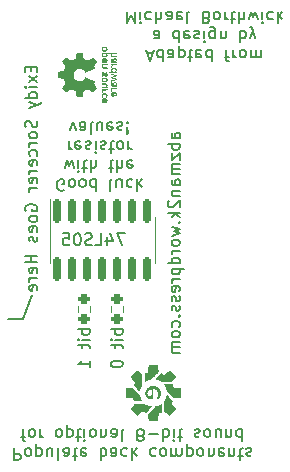
<source format=gbo>
G04 #@! TF.GenerationSoftware,KiCad,Pcbnew,(6.0.0)*
G04 #@! TF.CreationDate,2022-11-09T00:51:05-05:00*
G04 #@! TF.ProjectId,Arrington 4 voice equivalent SMD,41727269-6e67-4746-9f6e-203420766f69,rev?*
G04 #@! TF.SameCoordinates,Original*
G04 #@! TF.FileFunction,Legend,Bot*
G04 #@! TF.FilePolarity,Positive*
%FSLAX46Y46*%
G04 Gerber Fmt 4.6, Leading zero omitted, Abs format (unit mm)*
G04 Created by KiCad (PCBNEW (6.0.0)) date 2022-11-09 00:51:05*
%MOMM*%
%LPD*%
G01*
G04 APERTURE LIST*
G04 Aperture macros list*
%AMRoundRect*
0 Rectangle with rounded corners*
0 $1 Rounding radius*
0 $2 $3 $4 $5 $6 $7 $8 $9 X,Y pos of 4 corners*
0 Add a 4 corners polygon primitive as box body*
4,1,4,$2,$3,$4,$5,$6,$7,$8,$9,$2,$3,0*
0 Add four circle primitives for the rounded corners*
1,1,$1+$1,$2,$3*
1,1,$1+$1,$4,$5*
1,1,$1+$1,$6,$7*
1,1,$1+$1,$8,$9*
0 Add four rect primitives between the rounded corners*
20,1,$1+$1,$2,$3,$4,$5,0*
20,1,$1+$1,$4,$5,$6,$7,0*
20,1,$1+$1,$6,$7,$8,$9,0*
20,1,$1+$1,$8,$9,$2,$3,0*%
G04 Aperture macros list end*
%ADD10C,0.150000*%
%ADD11C,0.120000*%
%ADD12C,3.616000*%
%ADD13C,2.550000*%
%ADD14C,1.200000*%
%ADD15O,1.308000X2.616000*%
%ADD16O,2.616000X1.308000*%
%ADD17R,3.480000X1.846667*%
%ADD18R,1.700000X1.700000*%
%ADD19O,1.700000X1.700000*%
%ADD20R,1.600000X1.600000*%
%ADD21C,1.600000*%
%ADD22RoundRect,0.200000X0.275000X-0.200000X0.275000X0.200000X-0.275000X0.200000X-0.275000X-0.200000X0*%
%ADD23RoundRect,0.150000X-0.150000X0.825000X-0.150000X-0.825000X0.150000X-0.825000X0.150000X0.825000X0*%
G04 APERTURE END LIST*
D10*
X115697000Y-80899000D02*
X114427000Y-80899000D01*
X116459000Y-78867000D02*
X115697000Y-80899000D01*
X114944190Y-91792619D02*
X114944190Y-92792619D01*
X115325142Y-92792619D01*
X115420380Y-92745000D01*
X115468000Y-92697380D01*
X115515619Y-92602142D01*
X115515619Y-92459285D01*
X115468000Y-92364047D01*
X115420380Y-92316428D01*
X115325142Y-92268809D01*
X114944190Y-92268809D01*
X116087047Y-91792619D02*
X115991809Y-91840238D01*
X115944190Y-91887857D01*
X115896571Y-91983095D01*
X115896571Y-92268809D01*
X115944190Y-92364047D01*
X115991809Y-92411666D01*
X116087047Y-92459285D01*
X116229904Y-92459285D01*
X116325142Y-92411666D01*
X116372761Y-92364047D01*
X116420380Y-92268809D01*
X116420380Y-91983095D01*
X116372761Y-91887857D01*
X116325142Y-91840238D01*
X116229904Y-91792619D01*
X116087047Y-91792619D01*
X116848952Y-92459285D02*
X116848952Y-91459285D01*
X116848952Y-92411666D02*
X116944190Y-92459285D01*
X117134666Y-92459285D01*
X117229904Y-92411666D01*
X117277523Y-92364047D01*
X117325142Y-92268809D01*
X117325142Y-91983095D01*
X117277523Y-91887857D01*
X117229904Y-91840238D01*
X117134666Y-91792619D01*
X116944190Y-91792619D01*
X116848952Y-91840238D01*
X118182285Y-92459285D02*
X118182285Y-91792619D01*
X117753714Y-92459285D02*
X117753714Y-91935476D01*
X117801333Y-91840238D01*
X117896571Y-91792619D01*
X118039428Y-91792619D01*
X118134666Y-91840238D01*
X118182285Y-91887857D01*
X118801333Y-91792619D02*
X118706095Y-91840238D01*
X118658476Y-91935476D01*
X118658476Y-92792619D01*
X119610857Y-91792619D02*
X119610857Y-92316428D01*
X119563238Y-92411666D01*
X119467999Y-92459285D01*
X119277523Y-92459285D01*
X119182285Y-92411666D01*
X119610857Y-91840238D02*
X119515619Y-91792619D01*
X119277523Y-91792619D01*
X119182285Y-91840238D01*
X119134666Y-91935476D01*
X119134666Y-92030714D01*
X119182285Y-92125952D01*
X119277523Y-92173571D01*
X119515619Y-92173571D01*
X119610857Y-92221190D01*
X119944190Y-92459285D02*
X120325142Y-92459285D01*
X120087047Y-92792619D02*
X120087047Y-91935476D01*
X120134666Y-91840238D01*
X120229904Y-91792619D01*
X120325142Y-91792619D01*
X121039428Y-91840238D02*
X120944190Y-91792619D01*
X120753714Y-91792619D01*
X120658476Y-91840238D01*
X120610857Y-91935476D01*
X120610857Y-92316428D01*
X120658476Y-92411666D01*
X120753714Y-92459285D01*
X120944190Y-92459285D01*
X121039428Y-92411666D01*
X121087047Y-92316428D01*
X121087047Y-92221190D01*
X120610857Y-92125952D01*
X122277523Y-91792619D02*
X122277523Y-92792619D01*
X122277523Y-92411666D02*
X122372761Y-92459285D01*
X122563238Y-92459285D01*
X122658476Y-92411666D01*
X122706095Y-92364047D01*
X122753714Y-92268809D01*
X122753714Y-91983095D01*
X122706095Y-91887857D01*
X122658476Y-91840238D01*
X122563238Y-91792619D01*
X122372761Y-91792619D01*
X122277523Y-91840238D01*
X123610857Y-91792619D02*
X123610857Y-92316428D01*
X123563238Y-92411666D01*
X123467999Y-92459285D01*
X123277523Y-92459285D01*
X123182285Y-92411666D01*
X123610857Y-91840238D02*
X123515619Y-91792619D01*
X123277523Y-91792619D01*
X123182285Y-91840238D01*
X123134666Y-91935476D01*
X123134666Y-92030714D01*
X123182285Y-92125952D01*
X123277523Y-92173571D01*
X123515619Y-92173571D01*
X123610857Y-92221190D01*
X124515619Y-91840238D02*
X124420380Y-91792619D01*
X124229904Y-91792619D01*
X124134666Y-91840238D01*
X124087047Y-91887857D01*
X124039428Y-91983095D01*
X124039428Y-92268809D01*
X124087047Y-92364047D01*
X124134666Y-92411666D01*
X124229904Y-92459285D01*
X124420380Y-92459285D01*
X124515619Y-92411666D01*
X124944190Y-91792619D02*
X124944190Y-92792619D01*
X125039428Y-92173571D02*
X125325142Y-91792619D01*
X125325142Y-92459285D02*
X124944190Y-92078333D01*
X126944190Y-91840238D02*
X126848952Y-91792619D01*
X126658476Y-91792619D01*
X126563238Y-91840238D01*
X126515619Y-91887857D01*
X126467999Y-91983095D01*
X126467999Y-92268809D01*
X126515619Y-92364047D01*
X126563238Y-92411666D01*
X126658476Y-92459285D01*
X126848952Y-92459285D01*
X126944190Y-92411666D01*
X127515619Y-91792619D02*
X127420380Y-91840238D01*
X127372761Y-91887857D01*
X127325142Y-91983095D01*
X127325142Y-92268809D01*
X127372761Y-92364047D01*
X127420380Y-92411666D01*
X127515619Y-92459285D01*
X127658476Y-92459285D01*
X127753714Y-92411666D01*
X127801333Y-92364047D01*
X127848952Y-92268809D01*
X127848952Y-91983095D01*
X127801333Y-91887857D01*
X127753714Y-91840238D01*
X127658476Y-91792619D01*
X127515619Y-91792619D01*
X128277523Y-91792619D02*
X128277523Y-92459285D01*
X128277523Y-92364047D02*
X128325142Y-92411666D01*
X128420380Y-92459285D01*
X128563238Y-92459285D01*
X128658476Y-92411666D01*
X128706095Y-92316428D01*
X128706095Y-91792619D01*
X128706095Y-92316428D02*
X128753714Y-92411666D01*
X128848952Y-92459285D01*
X128991809Y-92459285D01*
X129087047Y-92411666D01*
X129134666Y-92316428D01*
X129134666Y-91792619D01*
X129610857Y-92459285D02*
X129610857Y-91459285D01*
X129610857Y-92411666D02*
X129706095Y-92459285D01*
X129896571Y-92459285D01*
X129991809Y-92411666D01*
X130039428Y-92364047D01*
X130087047Y-92268809D01*
X130087047Y-91983095D01*
X130039428Y-91887857D01*
X129991809Y-91840238D01*
X129896571Y-91792619D01*
X129706095Y-91792619D01*
X129610857Y-91840238D01*
X130658476Y-91792619D02*
X130563238Y-91840238D01*
X130515619Y-91887857D01*
X130467999Y-91983095D01*
X130467999Y-92268809D01*
X130515619Y-92364047D01*
X130563238Y-92411666D01*
X130658476Y-92459285D01*
X130801333Y-92459285D01*
X130896571Y-92411666D01*
X130944190Y-92364047D01*
X130991809Y-92268809D01*
X130991809Y-91983095D01*
X130944190Y-91887857D01*
X130896571Y-91840238D01*
X130801333Y-91792619D01*
X130658476Y-91792619D01*
X131420380Y-92459285D02*
X131420380Y-91792619D01*
X131420380Y-92364047D02*
X131467999Y-92411666D01*
X131563238Y-92459285D01*
X131706095Y-92459285D01*
X131801333Y-92411666D01*
X131848952Y-92316428D01*
X131848952Y-91792619D01*
X132706095Y-91840238D02*
X132610857Y-91792619D01*
X132420380Y-91792619D01*
X132325142Y-91840238D01*
X132277523Y-91935476D01*
X132277523Y-92316428D01*
X132325142Y-92411666D01*
X132420380Y-92459285D01*
X132610857Y-92459285D01*
X132706095Y-92411666D01*
X132753714Y-92316428D01*
X132753714Y-92221190D01*
X132277523Y-92125952D01*
X133182285Y-92459285D02*
X133182285Y-91792619D01*
X133182285Y-92364047D02*
X133229904Y-92411666D01*
X133325142Y-92459285D01*
X133467999Y-92459285D01*
X133563238Y-92411666D01*
X133610857Y-92316428D01*
X133610857Y-91792619D01*
X133944190Y-92459285D02*
X134325142Y-92459285D01*
X134087047Y-92792619D02*
X134087047Y-91935476D01*
X134134666Y-91840238D01*
X134229904Y-91792619D01*
X134325142Y-91792619D01*
X134610857Y-91840238D02*
X134706095Y-91792619D01*
X134896571Y-91792619D01*
X134991809Y-91840238D01*
X135039428Y-91935476D01*
X135039428Y-91983095D01*
X134991809Y-92078333D01*
X134896571Y-92125952D01*
X134753714Y-92125952D01*
X134658476Y-92173571D01*
X134610857Y-92268809D01*
X134610857Y-92316428D01*
X134658476Y-92411666D01*
X134753714Y-92459285D01*
X134896571Y-92459285D01*
X134991809Y-92411666D01*
X115539428Y-90849285D02*
X115920380Y-90849285D01*
X115682285Y-90182619D02*
X115682285Y-91039761D01*
X115729904Y-91135000D01*
X115825142Y-91182619D01*
X115920380Y-91182619D01*
X116396571Y-90182619D02*
X116301333Y-90230238D01*
X116253714Y-90277857D01*
X116206095Y-90373095D01*
X116206095Y-90658809D01*
X116253714Y-90754047D01*
X116301333Y-90801666D01*
X116396571Y-90849285D01*
X116539428Y-90849285D01*
X116634666Y-90801666D01*
X116682285Y-90754047D01*
X116729904Y-90658809D01*
X116729904Y-90373095D01*
X116682285Y-90277857D01*
X116634666Y-90230238D01*
X116539428Y-90182619D01*
X116396571Y-90182619D01*
X117158476Y-90182619D02*
X117158476Y-90849285D01*
X117158476Y-90658809D02*
X117206095Y-90754047D01*
X117253714Y-90801666D01*
X117348952Y-90849285D01*
X117444190Y-90849285D01*
X118682285Y-90182619D02*
X118587047Y-90230238D01*
X118539428Y-90277857D01*
X118491809Y-90373095D01*
X118491809Y-90658809D01*
X118539428Y-90754047D01*
X118587047Y-90801666D01*
X118682285Y-90849285D01*
X118825142Y-90849285D01*
X118920380Y-90801666D01*
X118967999Y-90754047D01*
X119015619Y-90658809D01*
X119015619Y-90373095D01*
X118967999Y-90277857D01*
X118920380Y-90230238D01*
X118825142Y-90182619D01*
X118682285Y-90182619D01*
X119444190Y-90849285D02*
X119444190Y-89849285D01*
X119444190Y-90801666D02*
X119539428Y-90849285D01*
X119729904Y-90849285D01*
X119825142Y-90801666D01*
X119872761Y-90754047D01*
X119920380Y-90658809D01*
X119920380Y-90373095D01*
X119872761Y-90277857D01*
X119825142Y-90230238D01*
X119729904Y-90182619D01*
X119539428Y-90182619D01*
X119444190Y-90230238D01*
X120206095Y-90849285D02*
X120587047Y-90849285D01*
X120348952Y-91182619D02*
X120348952Y-90325476D01*
X120396571Y-90230238D01*
X120491809Y-90182619D01*
X120587047Y-90182619D01*
X120920380Y-90182619D02*
X120920380Y-90849285D01*
X120920380Y-91182619D02*
X120872761Y-91135000D01*
X120920380Y-91087380D01*
X120967999Y-91135000D01*
X120920380Y-91182619D01*
X120920380Y-91087380D01*
X121539428Y-90182619D02*
X121444190Y-90230238D01*
X121396571Y-90277857D01*
X121348952Y-90373095D01*
X121348952Y-90658809D01*
X121396571Y-90754047D01*
X121444190Y-90801666D01*
X121539428Y-90849285D01*
X121682285Y-90849285D01*
X121777523Y-90801666D01*
X121825142Y-90754047D01*
X121872761Y-90658809D01*
X121872761Y-90373095D01*
X121825142Y-90277857D01*
X121777523Y-90230238D01*
X121682285Y-90182619D01*
X121539428Y-90182619D01*
X122301333Y-90849285D02*
X122301333Y-90182619D01*
X122301333Y-90754047D02*
X122348952Y-90801666D01*
X122444190Y-90849285D01*
X122587047Y-90849285D01*
X122682285Y-90801666D01*
X122729904Y-90706428D01*
X122729904Y-90182619D01*
X123634666Y-90182619D02*
X123634666Y-90706428D01*
X123587047Y-90801666D01*
X123491809Y-90849285D01*
X123301333Y-90849285D01*
X123206095Y-90801666D01*
X123634666Y-90230238D02*
X123539428Y-90182619D01*
X123301333Y-90182619D01*
X123206095Y-90230238D01*
X123158476Y-90325476D01*
X123158476Y-90420714D01*
X123206095Y-90515952D01*
X123301333Y-90563571D01*
X123539428Y-90563571D01*
X123634666Y-90611190D01*
X124253714Y-90182619D02*
X124158476Y-90230238D01*
X124110857Y-90325476D01*
X124110857Y-91182619D01*
X125539428Y-90754047D02*
X125444190Y-90801666D01*
X125396571Y-90849285D01*
X125348952Y-90944523D01*
X125348952Y-90992142D01*
X125396571Y-91087380D01*
X125444190Y-91135000D01*
X125539428Y-91182619D01*
X125729904Y-91182619D01*
X125825142Y-91135000D01*
X125872761Y-91087380D01*
X125920380Y-90992142D01*
X125920380Y-90944523D01*
X125872761Y-90849285D01*
X125825142Y-90801666D01*
X125729904Y-90754047D01*
X125539428Y-90754047D01*
X125444190Y-90706428D01*
X125396571Y-90658809D01*
X125348952Y-90563571D01*
X125348952Y-90373095D01*
X125396571Y-90277857D01*
X125444190Y-90230238D01*
X125539428Y-90182619D01*
X125729904Y-90182619D01*
X125825142Y-90230238D01*
X125872761Y-90277857D01*
X125920380Y-90373095D01*
X125920380Y-90563571D01*
X125872761Y-90658809D01*
X125825142Y-90706428D01*
X125729904Y-90754047D01*
X126348952Y-90563571D02*
X127110857Y-90563571D01*
X127587047Y-90182619D02*
X127587047Y-91182619D01*
X127587047Y-90801666D02*
X127682285Y-90849285D01*
X127872761Y-90849285D01*
X127967999Y-90801666D01*
X128015619Y-90754047D01*
X128063238Y-90658809D01*
X128063238Y-90373095D01*
X128015619Y-90277857D01*
X127967999Y-90230238D01*
X127872761Y-90182619D01*
X127682285Y-90182619D01*
X127587047Y-90230238D01*
X128491809Y-90182619D02*
X128491809Y-90849285D01*
X128491809Y-91182619D02*
X128444190Y-91135000D01*
X128491809Y-91087380D01*
X128539428Y-91135000D01*
X128491809Y-91182619D01*
X128491809Y-91087380D01*
X128825142Y-90849285D02*
X129206095Y-90849285D01*
X128967999Y-91182619D02*
X128967999Y-90325476D01*
X129015619Y-90230238D01*
X129110857Y-90182619D01*
X129206095Y-90182619D01*
X130253714Y-90230238D02*
X130348952Y-90182619D01*
X130539428Y-90182619D01*
X130634666Y-90230238D01*
X130682285Y-90325476D01*
X130682285Y-90373095D01*
X130634666Y-90468333D01*
X130539428Y-90515952D01*
X130396571Y-90515952D01*
X130301333Y-90563571D01*
X130253714Y-90658809D01*
X130253714Y-90706428D01*
X130301333Y-90801666D01*
X130396571Y-90849285D01*
X130539428Y-90849285D01*
X130634666Y-90801666D01*
X131253714Y-90182619D02*
X131158476Y-90230238D01*
X131110857Y-90277857D01*
X131063238Y-90373095D01*
X131063238Y-90658809D01*
X131110857Y-90754047D01*
X131158476Y-90801666D01*
X131253714Y-90849285D01*
X131396571Y-90849285D01*
X131491809Y-90801666D01*
X131539428Y-90754047D01*
X131587047Y-90658809D01*
X131587047Y-90373095D01*
X131539428Y-90277857D01*
X131491809Y-90230238D01*
X131396571Y-90182619D01*
X131253714Y-90182619D01*
X132444190Y-90849285D02*
X132444190Y-90182619D01*
X132015619Y-90849285D02*
X132015619Y-90325476D01*
X132063238Y-90230238D01*
X132158476Y-90182619D01*
X132301333Y-90182619D01*
X132396571Y-90230238D01*
X132444190Y-90277857D01*
X132920380Y-90849285D02*
X132920380Y-90182619D01*
X132920380Y-90754047D02*
X132967999Y-90801666D01*
X133063238Y-90849285D01*
X133206095Y-90849285D01*
X133301333Y-90801666D01*
X133348952Y-90706428D01*
X133348952Y-90182619D01*
X134253714Y-90182619D02*
X134253714Y-91182619D01*
X134253714Y-90230238D02*
X134158476Y-90182619D01*
X133967999Y-90182619D01*
X133872761Y-90230238D01*
X133825142Y-90277857D01*
X133777523Y-90373095D01*
X133777523Y-90658809D01*
X133825142Y-90754047D01*
X133872761Y-90801666D01*
X133967999Y-90849285D01*
X134158476Y-90849285D01*
X134253714Y-90801666D01*
X119150190Y-69971000D02*
X119054952Y-70018619D01*
X118912095Y-70018619D01*
X118769238Y-69971000D01*
X118674000Y-69875761D01*
X118626380Y-69780523D01*
X118578761Y-69590047D01*
X118578761Y-69447190D01*
X118626380Y-69256714D01*
X118674000Y-69161476D01*
X118769238Y-69066238D01*
X118912095Y-69018619D01*
X119007333Y-69018619D01*
X119150190Y-69066238D01*
X119197809Y-69113857D01*
X119197809Y-69447190D01*
X119007333Y-69447190D01*
X119769238Y-69018619D02*
X119674000Y-69066238D01*
X119626380Y-69113857D01*
X119578761Y-69209095D01*
X119578761Y-69494809D01*
X119626380Y-69590047D01*
X119674000Y-69637666D01*
X119769238Y-69685285D01*
X119912095Y-69685285D01*
X120007333Y-69637666D01*
X120054952Y-69590047D01*
X120102571Y-69494809D01*
X120102571Y-69209095D01*
X120054952Y-69113857D01*
X120007333Y-69066238D01*
X119912095Y-69018619D01*
X119769238Y-69018619D01*
X120674000Y-69018619D02*
X120578761Y-69066238D01*
X120531142Y-69113857D01*
X120483523Y-69209095D01*
X120483523Y-69494809D01*
X120531142Y-69590047D01*
X120578761Y-69637666D01*
X120674000Y-69685285D01*
X120816857Y-69685285D01*
X120912095Y-69637666D01*
X120959714Y-69590047D01*
X121007333Y-69494809D01*
X121007333Y-69209095D01*
X120959714Y-69113857D01*
X120912095Y-69066238D01*
X120816857Y-69018619D01*
X120674000Y-69018619D01*
X121864476Y-69018619D02*
X121864476Y-70018619D01*
X121864476Y-69066238D02*
X121769238Y-69018619D01*
X121578761Y-69018619D01*
X121483523Y-69066238D01*
X121435904Y-69113857D01*
X121388285Y-69209095D01*
X121388285Y-69494809D01*
X121435904Y-69590047D01*
X121483523Y-69637666D01*
X121578761Y-69685285D01*
X121769238Y-69685285D01*
X121864476Y-69637666D01*
X123245428Y-69018619D02*
X123150190Y-69066238D01*
X123102571Y-69161476D01*
X123102571Y-70018619D01*
X124054952Y-69685285D02*
X124054952Y-69018619D01*
X123626380Y-69685285D02*
X123626380Y-69161476D01*
X123674000Y-69066238D01*
X123769238Y-69018619D01*
X123912095Y-69018619D01*
X124007333Y-69066238D01*
X124054952Y-69113857D01*
X124959714Y-69066238D02*
X124864476Y-69018619D01*
X124674000Y-69018619D01*
X124578761Y-69066238D01*
X124531142Y-69113857D01*
X124483523Y-69209095D01*
X124483523Y-69494809D01*
X124531142Y-69590047D01*
X124578761Y-69637666D01*
X124674000Y-69685285D01*
X124864476Y-69685285D01*
X124959714Y-69637666D01*
X125388285Y-69018619D02*
X125388285Y-70018619D01*
X125483523Y-69399571D02*
X125769238Y-69018619D01*
X125769238Y-69685285D02*
X125388285Y-69304333D01*
X119269238Y-68075285D02*
X119459714Y-67408619D01*
X119650190Y-67884809D01*
X119840666Y-67408619D01*
X120031142Y-68075285D01*
X120412095Y-67408619D02*
X120412095Y-68075285D01*
X120412095Y-68408619D02*
X120364476Y-68361000D01*
X120412095Y-68313380D01*
X120459714Y-68361000D01*
X120412095Y-68408619D01*
X120412095Y-68313380D01*
X120745428Y-68075285D02*
X121126380Y-68075285D01*
X120888285Y-68408619D02*
X120888285Y-67551476D01*
X120935904Y-67456238D01*
X121031142Y-67408619D01*
X121126380Y-67408619D01*
X121459714Y-67408619D02*
X121459714Y-68408619D01*
X121888285Y-67408619D02*
X121888285Y-67932428D01*
X121840666Y-68027666D01*
X121745428Y-68075285D01*
X121602571Y-68075285D01*
X121507333Y-68027666D01*
X121459714Y-67980047D01*
X122983523Y-68075285D02*
X123364476Y-68075285D01*
X123126380Y-68408619D02*
X123126380Y-67551476D01*
X123174000Y-67456238D01*
X123269238Y-67408619D01*
X123364476Y-67408619D01*
X123697809Y-67408619D02*
X123697809Y-68408619D01*
X124126380Y-67408619D02*
X124126380Y-67932428D01*
X124078761Y-68027666D01*
X123983523Y-68075285D01*
X123840666Y-68075285D01*
X123745428Y-68027666D01*
X123697809Y-67980047D01*
X124983523Y-67456238D02*
X124888285Y-67408619D01*
X124697809Y-67408619D01*
X124602571Y-67456238D01*
X124554952Y-67551476D01*
X124554952Y-67932428D01*
X124602571Y-68027666D01*
X124697809Y-68075285D01*
X124888285Y-68075285D01*
X124983523Y-68027666D01*
X125031142Y-67932428D01*
X125031142Y-67837190D01*
X124554952Y-67741952D01*
X119578761Y-65798619D02*
X119578761Y-66465285D01*
X119578761Y-66274809D02*
X119626380Y-66370047D01*
X119674000Y-66417666D01*
X119769238Y-66465285D01*
X119864476Y-66465285D01*
X120578761Y-65846238D02*
X120483523Y-65798619D01*
X120293047Y-65798619D01*
X120197809Y-65846238D01*
X120150190Y-65941476D01*
X120150190Y-66322428D01*
X120197809Y-66417666D01*
X120293047Y-66465285D01*
X120483523Y-66465285D01*
X120578761Y-66417666D01*
X120626380Y-66322428D01*
X120626380Y-66227190D01*
X120150190Y-66131952D01*
X121007333Y-65846238D02*
X121102571Y-65798619D01*
X121293047Y-65798619D01*
X121388285Y-65846238D01*
X121435904Y-65941476D01*
X121435904Y-65989095D01*
X121388285Y-66084333D01*
X121293047Y-66131952D01*
X121150190Y-66131952D01*
X121054952Y-66179571D01*
X121007333Y-66274809D01*
X121007333Y-66322428D01*
X121054952Y-66417666D01*
X121150190Y-66465285D01*
X121293047Y-66465285D01*
X121388285Y-66417666D01*
X121864476Y-65798619D02*
X121864476Y-66465285D01*
X121864476Y-66798619D02*
X121816857Y-66751000D01*
X121864476Y-66703380D01*
X121912095Y-66751000D01*
X121864476Y-66798619D01*
X121864476Y-66703380D01*
X122293047Y-65846238D02*
X122388285Y-65798619D01*
X122578761Y-65798619D01*
X122674000Y-65846238D01*
X122721619Y-65941476D01*
X122721619Y-65989095D01*
X122674000Y-66084333D01*
X122578761Y-66131952D01*
X122435904Y-66131952D01*
X122340666Y-66179571D01*
X122293047Y-66274809D01*
X122293047Y-66322428D01*
X122340666Y-66417666D01*
X122435904Y-66465285D01*
X122578761Y-66465285D01*
X122674000Y-66417666D01*
X123007333Y-66465285D02*
X123388285Y-66465285D01*
X123150190Y-66798619D02*
X123150190Y-65941476D01*
X123197809Y-65846238D01*
X123293047Y-65798619D01*
X123388285Y-65798619D01*
X123864476Y-65798619D02*
X123769238Y-65846238D01*
X123721619Y-65893857D01*
X123674000Y-65989095D01*
X123674000Y-66274809D01*
X123721619Y-66370047D01*
X123769238Y-66417666D01*
X123864476Y-66465285D01*
X124007333Y-66465285D01*
X124102571Y-66417666D01*
X124150190Y-66370047D01*
X124197809Y-66274809D01*
X124197809Y-65989095D01*
X124150190Y-65893857D01*
X124102571Y-65846238D01*
X124007333Y-65798619D01*
X123864476Y-65798619D01*
X124626380Y-65798619D02*
X124626380Y-66465285D01*
X124626380Y-66274809D02*
X124674000Y-66370047D01*
X124721619Y-66417666D01*
X124816857Y-66465285D01*
X124912095Y-66465285D01*
X119697809Y-64855285D02*
X119935904Y-64188619D01*
X120174000Y-64855285D01*
X120983523Y-64188619D02*
X120983523Y-64712428D01*
X120935904Y-64807666D01*
X120840666Y-64855285D01*
X120650190Y-64855285D01*
X120554952Y-64807666D01*
X120983523Y-64236238D02*
X120888285Y-64188619D01*
X120650190Y-64188619D01*
X120554952Y-64236238D01*
X120507333Y-64331476D01*
X120507333Y-64426714D01*
X120554952Y-64521952D01*
X120650190Y-64569571D01*
X120888285Y-64569571D01*
X120983523Y-64617190D01*
X121602571Y-64188619D02*
X121507333Y-64236238D01*
X121459714Y-64331476D01*
X121459714Y-65188619D01*
X122412095Y-64855285D02*
X122412095Y-64188619D01*
X121983523Y-64855285D02*
X121983523Y-64331476D01*
X122031142Y-64236238D01*
X122126380Y-64188619D01*
X122269238Y-64188619D01*
X122364476Y-64236238D01*
X122412095Y-64283857D01*
X123269238Y-64236238D02*
X123174000Y-64188619D01*
X122983523Y-64188619D01*
X122888285Y-64236238D01*
X122840666Y-64331476D01*
X122840666Y-64712428D01*
X122888285Y-64807666D01*
X122983523Y-64855285D01*
X123174000Y-64855285D01*
X123269238Y-64807666D01*
X123316857Y-64712428D01*
X123316857Y-64617190D01*
X122840666Y-64521952D01*
X123697809Y-64236238D02*
X123793047Y-64188619D01*
X123983523Y-64188619D01*
X124078761Y-64236238D01*
X124126380Y-64331476D01*
X124126380Y-64379095D01*
X124078761Y-64474333D01*
X123983523Y-64521952D01*
X123840666Y-64521952D01*
X123745428Y-64569571D01*
X123697809Y-64664809D01*
X123697809Y-64712428D01*
X123745428Y-64807666D01*
X123840666Y-64855285D01*
X123983523Y-64855285D01*
X124078761Y-64807666D01*
X124554952Y-64283857D02*
X124602571Y-64236238D01*
X124554952Y-64188619D01*
X124507333Y-64236238D01*
X124554952Y-64283857D01*
X124554952Y-64188619D01*
X124554952Y-64569571D02*
X124507333Y-65141000D01*
X124554952Y-65188619D01*
X124602571Y-65141000D01*
X124554952Y-64569571D01*
X124554952Y-65188619D01*
X116387571Y-59508619D02*
X116387571Y-59841952D01*
X116911380Y-59984809D02*
X116911380Y-59508619D01*
X115911380Y-59508619D01*
X115911380Y-59984809D01*
X116911380Y-60318142D02*
X116244714Y-60841952D01*
X116244714Y-60318142D02*
X116911380Y-60841952D01*
X116911380Y-61222904D02*
X116244714Y-61222904D01*
X115911380Y-61222904D02*
X115959000Y-61175285D01*
X116006619Y-61222904D01*
X115959000Y-61270523D01*
X115911380Y-61222904D01*
X116006619Y-61222904D01*
X116911380Y-62127666D02*
X115911380Y-62127666D01*
X116863761Y-62127666D02*
X116911380Y-62032428D01*
X116911380Y-61841952D01*
X116863761Y-61746714D01*
X116816142Y-61699095D01*
X116720904Y-61651476D01*
X116435190Y-61651476D01*
X116339952Y-61699095D01*
X116292333Y-61746714D01*
X116244714Y-61841952D01*
X116244714Y-62032428D01*
X116292333Y-62127666D01*
X116244714Y-62508619D02*
X116911380Y-62746714D01*
X116244714Y-62984809D02*
X116911380Y-62746714D01*
X117149476Y-62651476D01*
X117197095Y-62603857D01*
X117244714Y-62508619D01*
X116863761Y-64080047D02*
X116911380Y-64222904D01*
X116911380Y-64461000D01*
X116863761Y-64556238D01*
X116816142Y-64603857D01*
X116720904Y-64651476D01*
X116625666Y-64651476D01*
X116530428Y-64603857D01*
X116482809Y-64556238D01*
X116435190Y-64461000D01*
X116387571Y-64270523D01*
X116339952Y-64175285D01*
X116292333Y-64127666D01*
X116197095Y-64080047D01*
X116101857Y-64080047D01*
X116006619Y-64127666D01*
X115959000Y-64175285D01*
X115911380Y-64270523D01*
X115911380Y-64508619D01*
X115959000Y-64651476D01*
X116911380Y-65222904D02*
X116863761Y-65127666D01*
X116816142Y-65080047D01*
X116720904Y-65032428D01*
X116435190Y-65032428D01*
X116339952Y-65080047D01*
X116292333Y-65127666D01*
X116244714Y-65222904D01*
X116244714Y-65365761D01*
X116292333Y-65461000D01*
X116339952Y-65508619D01*
X116435190Y-65556238D01*
X116720904Y-65556238D01*
X116816142Y-65508619D01*
X116863761Y-65461000D01*
X116911380Y-65365761D01*
X116911380Y-65222904D01*
X116911380Y-65984809D02*
X116244714Y-65984809D01*
X116435190Y-65984809D02*
X116339952Y-66032428D01*
X116292333Y-66080047D01*
X116244714Y-66175285D01*
X116244714Y-66270523D01*
X116863761Y-67032428D02*
X116911380Y-66937190D01*
X116911380Y-66746714D01*
X116863761Y-66651476D01*
X116816142Y-66603857D01*
X116720904Y-66556238D01*
X116435190Y-66556238D01*
X116339952Y-66603857D01*
X116292333Y-66651476D01*
X116244714Y-66746714D01*
X116244714Y-66937190D01*
X116292333Y-67032428D01*
X116863761Y-67841952D02*
X116911380Y-67746714D01*
X116911380Y-67556238D01*
X116863761Y-67461000D01*
X116768523Y-67413380D01*
X116387571Y-67413380D01*
X116292333Y-67461000D01*
X116244714Y-67556238D01*
X116244714Y-67746714D01*
X116292333Y-67841952D01*
X116387571Y-67889571D01*
X116482809Y-67889571D01*
X116578047Y-67413380D01*
X116911380Y-68318142D02*
X116244714Y-68318142D01*
X116435190Y-68318142D02*
X116339952Y-68365761D01*
X116292333Y-68413380D01*
X116244714Y-68508619D01*
X116244714Y-68603857D01*
X116863761Y-69318142D02*
X116911380Y-69222904D01*
X116911380Y-69032428D01*
X116863761Y-68937190D01*
X116768523Y-68889571D01*
X116387571Y-68889571D01*
X116292333Y-68937190D01*
X116244714Y-69032428D01*
X116244714Y-69222904D01*
X116292333Y-69318142D01*
X116387571Y-69365761D01*
X116482809Y-69365761D01*
X116578047Y-68889571D01*
X116911380Y-69794333D02*
X116244714Y-69794333D01*
X116435190Y-69794333D02*
X116339952Y-69841952D01*
X116292333Y-69889571D01*
X116244714Y-69984809D01*
X116244714Y-70080047D01*
X115959000Y-71699095D02*
X115911380Y-71603857D01*
X115911380Y-71461000D01*
X115959000Y-71318142D01*
X116054238Y-71222904D01*
X116149476Y-71175285D01*
X116339952Y-71127666D01*
X116482809Y-71127666D01*
X116673285Y-71175285D01*
X116768523Y-71222904D01*
X116863761Y-71318142D01*
X116911380Y-71461000D01*
X116911380Y-71556238D01*
X116863761Y-71699095D01*
X116816142Y-71746714D01*
X116482809Y-71746714D01*
X116482809Y-71556238D01*
X116911380Y-72318142D02*
X116863761Y-72222904D01*
X116816142Y-72175285D01*
X116720904Y-72127666D01*
X116435190Y-72127666D01*
X116339952Y-72175285D01*
X116292333Y-72222904D01*
X116244714Y-72318142D01*
X116244714Y-72461000D01*
X116292333Y-72556238D01*
X116339952Y-72603857D01*
X116435190Y-72651476D01*
X116720904Y-72651476D01*
X116816142Y-72603857D01*
X116863761Y-72556238D01*
X116911380Y-72461000D01*
X116911380Y-72318142D01*
X116863761Y-73461000D02*
X116911380Y-73365761D01*
X116911380Y-73175285D01*
X116863761Y-73080047D01*
X116768523Y-73032428D01*
X116387571Y-73032428D01*
X116292333Y-73080047D01*
X116244714Y-73175285D01*
X116244714Y-73365761D01*
X116292333Y-73461000D01*
X116387571Y-73508619D01*
X116482809Y-73508619D01*
X116578047Y-73032428D01*
X116863761Y-73889571D02*
X116911380Y-73984809D01*
X116911380Y-74175285D01*
X116863761Y-74270523D01*
X116768523Y-74318142D01*
X116720904Y-74318142D01*
X116625666Y-74270523D01*
X116578047Y-74175285D01*
X116578047Y-74032428D01*
X116530428Y-73937190D01*
X116435190Y-73889571D01*
X116387571Y-73889571D01*
X116292333Y-73937190D01*
X116244714Y-74032428D01*
X116244714Y-74175285D01*
X116292333Y-74270523D01*
X116911380Y-75508619D02*
X115911380Y-75508619D01*
X116387571Y-75508619D02*
X116387571Y-76080047D01*
X116911380Y-76080047D02*
X115911380Y-76080047D01*
X116863761Y-76937190D02*
X116911380Y-76841952D01*
X116911380Y-76651476D01*
X116863761Y-76556238D01*
X116768523Y-76508619D01*
X116387571Y-76508619D01*
X116292333Y-76556238D01*
X116244714Y-76651476D01*
X116244714Y-76841952D01*
X116292333Y-76937190D01*
X116387571Y-76984809D01*
X116482809Y-76984809D01*
X116578047Y-76508619D01*
X116911380Y-77413380D02*
X116244714Y-77413380D01*
X116435190Y-77413380D02*
X116339952Y-77461000D01*
X116292333Y-77508619D01*
X116244714Y-77603857D01*
X116244714Y-77699095D01*
X116863761Y-78413380D02*
X116911380Y-78318142D01*
X116911380Y-78127666D01*
X116863761Y-78032428D01*
X116768523Y-77984809D01*
X116387571Y-77984809D01*
X116292333Y-78032428D01*
X116244714Y-78127666D01*
X116244714Y-78318142D01*
X116292333Y-78413380D01*
X116387571Y-78461000D01*
X116482809Y-78461000D01*
X116578047Y-77984809D01*
X128976380Y-65564857D02*
X128452571Y-65564857D01*
X128357333Y-65517238D01*
X128309714Y-65422000D01*
X128309714Y-65231523D01*
X128357333Y-65136285D01*
X128928761Y-65564857D02*
X128976380Y-65469619D01*
X128976380Y-65231523D01*
X128928761Y-65136285D01*
X128833523Y-65088666D01*
X128738285Y-65088666D01*
X128643047Y-65136285D01*
X128595428Y-65231523D01*
X128595428Y-65469619D01*
X128547809Y-65564857D01*
X128976380Y-66041047D02*
X127976380Y-66041047D01*
X128357333Y-66041047D02*
X128309714Y-66136285D01*
X128309714Y-66326761D01*
X128357333Y-66422000D01*
X128404952Y-66469619D01*
X128500190Y-66517238D01*
X128785904Y-66517238D01*
X128881142Y-66469619D01*
X128928761Y-66422000D01*
X128976380Y-66326761D01*
X128976380Y-66136285D01*
X128928761Y-66041047D01*
X128309714Y-66850571D02*
X128309714Y-67374380D01*
X128976380Y-66850571D01*
X128976380Y-67374380D01*
X128976380Y-67755333D02*
X128309714Y-67755333D01*
X128404952Y-67755333D02*
X128357333Y-67802952D01*
X128309714Y-67898190D01*
X128309714Y-68041047D01*
X128357333Y-68136285D01*
X128452571Y-68183904D01*
X128976380Y-68183904D01*
X128452571Y-68183904D02*
X128357333Y-68231523D01*
X128309714Y-68326761D01*
X128309714Y-68469619D01*
X128357333Y-68564857D01*
X128452571Y-68612476D01*
X128976380Y-68612476D01*
X128976380Y-69517238D02*
X128452571Y-69517238D01*
X128357333Y-69469619D01*
X128309714Y-69374380D01*
X128309714Y-69183904D01*
X128357333Y-69088666D01*
X128928761Y-69517238D02*
X128976380Y-69422000D01*
X128976380Y-69183904D01*
X128928761Y-69088666D01*
X128833523Y-69041047D01*
X128738285Y-69041047D01*
X128643047Y-69088666D01*
X128595428Y-69183904D01*
X128595428Y-69422000D01*
X128547809Y-69517238D01*
X128309714Y-69993428D02*
X128976380Y-69993428D01*
X128404952Y-69993428D02*
X128357333Y-70041047D01*
X128309714Y-70136285D01*
X128309714Y-70279142D01*
X128357333Y-70374380D01*
X128452571Y-70422000D01*
X128976380Y-70422000D01*
X128071619Y-70850571D02*
X128024000Y-70898190D01*
X127976380Y-70993428D01*
X127976380Y-71231523D01*
X128024000Y-71326761D01*
X128071619Y-71374380D01*
X128166857Y-71422000D01*
X128262095Y-71422000D01*
X128404952Y-71374380D01*
X128976380Y-70802952D01*
X128976380Y-71422000D01*
X128976380Y-71850571D02*
X127976380Y-71850571D01*
X128595428Y-71945809D02*
X128976380Y-72231523D01*
X128309714Y-72231523D02*
X128690666Y-71850571D01*
X128881142Y-72660095D02*
X128928761Y-72707714D01*
X128976380Y-72660095D01*
X128928761Y-72612476D01*
X128881142Y-72660095D01*
X128976380Y-72660095D01*
X128309714Y-73041047D02*
X128976380Y-73231523D01*
X128500190Y-73422000D01*
X128976380Y-73612476D01*
X128309714Y-73802952D01*
X128976380Y-74326761D02*
X128928761Y-74231523D01*
X128881142Y-74183904D01*
X128785904Y-74136285D01*
X128500190Y-74136285D01*
X128404952Y-74183904D01*
X128357333Y-74231523D01*
X128309714Y-74326761D01*
X128309714Y-74469619D01*
X128357333Y-74564857D01*
X128404952Y-74612476D01*
X128500190Y-74660095D01*
X128785904Y-74660095D01*
X128881142Y-74612476D01*
X128928761Y-74564857D01*
X128976380Y-74469619D01*
X128976380Y-74326761D01*
X128976380Y-75088666D02*
X128309714Y-75088666D01*
X128500190Y-75088666D02*
X128404952Y-75136285D01*
X128357333Y-75183904D01*
X128309714Y-75279142D01*
X128309714Y-75374380D01*
X128976380Y-76136285D02*
X127976380Y-76136285D01*
X128928761Y-76136285D02*
X128976380Y-76041047D01*
X128976380Y-75850571D01*
X128928761Y-75755333D01*
X128881142Y-75707714D01*
X128785904Y-75660095D01*
X128500190Y-75660095D01*
X128404952Y-75707714D01*
X128357333Y-75755333D01*
X128309714Y-75850571D01*
X128309714Y-76041047D01*
X128357333Y-76136285D01*
X128309714Y-76612476D02*
X129309714Y-76612476D01*
X128357333Y-76612476D02*
X128309714Y-76707714D01*
X128309714Y-76898190D01*
X128357333Y-76993428D01*
X128404952Y-77041047D01*
X128500190Y-77088666D01*
X128785904Y-77088666D01*
X128881142Y-77041047D01*
X128928761Y-76993428D01*
X128976380Y-76898190D01*
X128976380Y-76707714D01*
X128928761Y-76612476D01*
X128976380Y-77517238D02*
X128309714Y-77517238D01*
X128500190Y-77517238D02*
X128404952Y-77564857D01*
X128357333Y-77612476D01*
X128309714Y-77707714D01*
X128309714Y-77802952D01*
X128928761Y-78517238D02*
X128976380Y-78422000D01*
X128976380Y-78231523D01*
X128928761Y-78136285D01*
X128833523Y-78088666D01*
X128452571Y-78088666D01*
X128357333Y-78136285D01*
X128309714Y-78231523D01*
X128309714Y-78422000D01*
X128357333Y-78517238D01*
X128452571Y-78564857D01*
X128547809Y-78564857D01*
X128643047Y-78088666D01*
X128928761Y-78945809D02*
X128976380Y-79041047D01*
X128976380Y-79231523D01*
X128928761Y-79326761D01*
X128833523Y-79374380D01*
X128785904Y-79374380D01*
X128690666Y-79326761D01*
X128643047Y-79231523D01*
X128643047Y-79088666D01*
X128595428Y-78993428D01*
X128500190Y-78945809D01*
X128452571Y-78945809D01*
X128357333Y-78993428D01*
X128309714Y-79088666D01*
X128309714Y-79231523D01*
X128357333Y-79326761D01*
X128928761Y-79755333D02*
X128976380Y-79850571D01*
X128976380Y-80041047D01*
X128928761Y-80136285D01*
X128833523Y-80183904D01*
X128785904Y-80183904D01*
X128690666Y-80136285D01*
X128643047Y-80041047D01*
X128643047Y-79898190D01*
X128595428Y-79802952D01*
X128500190Y-79755333D01*
X128452571Y-79755333D01*
X128357333Y-79802952D01*
X128309714Y-79898190D01*
X128309714Y-80041047D01*
X128357333Y-80136285D01*
X128881142Y-80612476D02*
X128928761Y-80660095D01*
X128976380Y-80612476D01*
X128928761Y-80564857D01*
X128881142Y-80612476D01*
X128976380Y-80612476D01*
X128928761Y-81517238D02*
X128976380Y-81422000D01*
X128976380Y-81231523D01*
X128928761Y-81136285D01*
X128881142Y-81088666D01*
X128785904Y-81041047D01*
X128500190Y-81041047D01*
X128404952Y-81088666D01*
X128357333Y-81136285D01*
X128309714Y-81231523D01*
X128309714Y-81422000D01*
X128357333Y-81517238D01*
X128976380Y-82088666D02*
X128928761Y-81993428D01*
X128881142Y-81945809D01*
X128785904Y-81898190D01*
X128500190Y-81898190D01*
X128404952Y-81945809D01*
X128357333Y-81993428D01*
X128309714Y-82088666D01*
X128309714Y-82231523D01*
X128357333Y-82326761D01*
X128404952Y-82374380D01*
X128500190Y-82422000D01*
X128785904Y-82422000D01*
X128881142Y-82374380D01*
X128928761Y-82326761D01*
X128976380Y-82231523D01*
X128976380Y-82088666D01*
X128976380Y-82850571D02*
X128309714Y-82850571D01*
X128404952Y-82850571D02*
X128357333Y-82898190D01*
X128309714Y-82993428D01*
X128309714Y-83136285D01*
X128357333Y-83231523D01*
X128452571Y-83279142D01*
X128976380Y-83279142D01*
X128452571Y-83279142D02*
X128357333Y-83326761D01*
X128309714Y-83422000D01*
X128309714Y-83564857D01*
X128357333Y-83660095D01*
X128452571Y-83707714D01*
X128976380Y-83707714D01*
X126206857Y-58339333D02*
X126683047Y-58339333D01*
X126111619Y-58053619D02*
X126444952Y-59053619D01*
X126778285Y-58053619D01*
X127540190Y-58053619D02*
X127540190Y-59053619D01*
X127540190Y-58101238D02*
X127444952Y-58053619D01*
X127254476Y-58053619D01*
X127159238Y-58101238D01*
X127111619Y-58148857D01*
X127064000Y-58244095D01*
X127064000Y-58529809D01*
X127111619Y-58625047D01*
X127159238Y-58672666D01*
X127254476Y-58720285D01*
X127444952Y-58720285D01*
X127540190Y-58672666D01*
X128444952Y-58053619D02*
X128444952Y-58577428D01*
X128397333Y-58672666D01*
X128302095Y-58720285D01*
X128111619Y-58720285D01*
X128016380Y-58672666D01*
X128444952Y-58101238D02*
X128349714Y-58053619D01*
X128111619Y-58053619D01*
X128016380Y-58101238D01*
X127968761Y-58196476D01*
X127968761Y-58291714D01*
X128016380Y-58386952D01*
X128111619Y-58434571D01*
X128349714Y-58434571D01*
X128444952Y-58482190D01*
X128921142Y-58720285D02*
X128921142Y-57720285D01*
X128921142Y-58672666D02*
X129016380Y-58720285D01*
X129206857Y-58720285D01*
X129302095Y-58672666D01*
X129349714Y-58625047D01*
X129397333Y-58529809D01*
X129397333Y-58244095D01*
X129349714Y-58148857D01*
X129302095Y-58101238D01*
X129206857Y-58053619D01*
X129016380Y-58053619D01*
X128921142Y-58101238D01*
X129683047Y-58720285D02*
X130064000Y-58720285D01*
X129825904Y-59053619D02*
X129825904Y-58196476D01*
X129873523Y-58101238D01*
X129968761Y-58053619D01*
X130064000Y-58053619D01*
X130778285Y-58101238D02*
X130683047Y-58053619D01*
X130492571Y-58053619D01*
X130397333Y-58101238D01*
X130349714Y-58196476D01*
X130349714Y-58577428D01*
X130397333Y-58672666D01*
X130492571Y-58720285D01*
X130683047Y-58720285D01*
X130778285Y-58672666D01*
X130825904Y-58577428D01*
X130825904Y-58482190D01*
X130349714Y-58386952D01*
X131683047Y-58053619D02*
X131683047Y-59053619D01*
X131683047Y-58101238D02*
X131587809Y-58053619D01*
X131397333Y-58053619D01*
X131302095Y-58101238D01*
X131254476Y-58148857D01*
X131206857Y-58244095D01*
X131206857Y-58529809D01*
X131254476Y-58625047D01*
X131302095Y-58672666D01*
X131397333Y-58720285D01*
X131587809Y-58720285D01*
X131683047Y-58672666D01*
X132778285Y-58720285D02*
X133159238Y-58720285D01*
X132921142Y-58053619D02*
X132921142Y-58910761D01*
X132968761Y-59006000D01*
X133064000Y-59053619D01*
X133159238Y-59053619D01*
X133492571Y-58053619D02*
X133492571Y-58720285D01*
X133492571Y-58529809D02*
X133540190Y-58625047D01*
X133587809Y-58672666D01*
X133683047Y-58720285D01*
X133778285Y-58720285D01*
X134254476Y-58053619D02*
X134159238Y-58101238D01*
X134111619Y-58148857D01*
X134064000Y-58244095D01*
X134064000Y-58529809D01*
X134111619Y-58625047D01*
X134159238Y-58672666D01*
X134254476Y-58720285D01*
X134397333Y-58720285D01*
X134492571Y-58672666D01*
X134540190Y-58625047D01*
X134587809Y-58529809D01*
X134587809Y-58244095D01*
X134540190Y-58148857D01*
X134492571Y-58101238D01*
X134397333Y-58053619D01*
X134254476Y-58053619D01*
X135016380Y-58053619D02*
X135016380Y-58720285D01*
X135016380Y-58625047D02*
X135064000Y-58672666D01*
X135159238Y-58720285D01*
X135302095Y-58720285D01*
X135397333Y-58672666D01*
X135444952Y-58577428D01*
X135444952Y-58053619D01*
X135444952Y-58577428D02*
X135492571Y-58672666D01*
X135587809Y-58720285D01*
X135730666Y-58720285D01*
X135825904Y-58672666D01*
X135873523Y-58577428D01*
X135873523Y-58053619D01*
X127254476Y-56443619D02*
X127254476Y-56967428D01*
X127206857Y-57062666D01*
X127111619Y-57110285D01*
X126921142Y-57110285D01*
X126825904Y-57062666D01*
X127254476Y-56491238D02*
X127159238Y-56443619D01*
X126921142Y-56443619D01*
X126825904Y-56491238D01*
X126778285Y-56586476D01*
X126778285Y-56681714D01*
X126825904Y-56776952D01*
X126921142Y-56824571D01*
X127159238Y-56824571D01*
X127254476Y-56872190D01*
X128921142Y-56443619D02*
X128921142Y-57443619D01*
X128921142Y-56491238D02*
X128825904Y-56443619D01*
X128635428Y-56443619D01*
X128540190Y-56491238D01*
X128492571Y-56538857D01*
X128444952Y-56634095D01*
X128444952Y-56919809D01*
X128492571Y-57015047D01*
X128540190Y-57062666D01*
X128635428Y-57110285D01*
X128825904Y-57110285D01*
X128921142Y-57062666D01*
X129778285Y-56491238D02*
X129683047Y-56443619D01*
X129492571Y-56443619D01*
X129397333Y-56491238D01*
X129349714Y-56586476D01*
X129349714Y-56967428D01*
X129397333Y-57062666D01*
X129492571Y-57110285D01*
X129683047Y-57110285D01*
X129778285Y-57062666D01*
X129825904Y-56967428D01*
X129825904Y-56872190D01*
X129349714Y-56776952D01*
X130206857Y-56491238D02*
X130302095Y-56443619D01*
X130492571Y-56443619D01*
X130587809Y-56491238D01*
X130635428Y-56586476D01*
X130635428Y-56634095D01*
X130587809Y-56729333D01*
X130492571Y-56776952D01*
X130349714Y-56776952D01*
X130254476Y-56824571D01*
X130206857Y-56919809D01*
X130206857Y-56967428D01*
X130254476Y-57062666D01*
X130349714Y-57110285D01*
X130492571Y-57110285D01*
X130587809Y-57062666D01*
X131064000Y-56443619D02*
X131064000Y-57110285D01*
X131064000Y-57443619D02*
X131016380Y-57396000D01*
X131064000Y-57348380D01*
X131111619Y-57396000D01*
X131064000Y-57443619D01*
X131064000Y-57348380D01*
X131968761Y-57110285D02*
X131968761Y-56300761D01*
X131921142Y-56205523D01*
X131873523Y-56157904D01*
X131778285Y-56110285D01*
X131635428Y-56110285D01*
X131540190Y-56157904D01*
X131968761Y-56491238D02*
X131873523Y-56443619D01*
X131683047Y-56443619D01*
X131587809Y-56491238D01*
X131540190Y-56538857D01*
X131492571Y-56634095D01*
X131492571Y-56919809D01*
X131540190Y-57015047D01*
X131587809Y-57062666D01*
X131683047Y-57110285D01*
X131873523Y-57110285D01*
X131968761Y-57062666D01*
X132444952Y-57110285D02*
X132444952Y-56443619D01*
X132444952Y-57015047D02*
X132492571Y-57062666D01*
X132587809Y-57110285D01*
X132730666Y-57110285D01*
X132825904Y-57062666D01*
X132873523Y-56967428D01*
X132873523Y-56443619D01*
X134111619Y-56443619D02*
X134111619Y-57443619D01*
X134111619Y-57062666D02*
X134206857Y-57110285D01*
X134397333Y-57110285D01*
X134492571Y-57062666D01*
X134540190Y-57015047D01*
X134587809Y-56919809D01*
X134587809Y-56634095D01*
X134540190Y-56538857D01*
X134492571Y-56491238D01*
X134397333Y-56443619D01*
X134206857Y-56443619D01*
X134111619Y-56491238D01*
X134921142Y-57110285D02*
X135159238Y-56443619D01*
X135397333Y-57110285D02*
X135159238Y-56443619D01*
X135064000Y-56205523D01*
X135016380Y-56157904D01*
X134921142Y-56110285D01*
X124492571Y-54833619D02*
X124492571Y-55833619D01*
X124825904Y-55119333D01*
X125159238Y-55833619D01*
X125159238Y-54833619D01*
X125635428Y-54833619D02*
X125635428Y-55500285D01*
X125635428Y-55833619D02*
X125587809Y-55786000D01*
X125635428Y-55738380D01*
X125683047Y-55786000D01*
X125635428Y-55833619D01*
X125635428Y-55738380D01*
X126540190Y-54881238D02*
X126444952Y-54833619D01*
X126254476Y-54833619D01*
X126159238Y-54881238D01*
X126111619Y-54928857D01*
X126064000Y-55024095D01*
X126064000Y-55309809D01*
X126111619Y-55405047D01*
X126159238Y-55452666D01*
X126254476Y-55500285D01*
X126444952Y-55500285D01*
X126540190Y-55452666D01*
X126968761Y-54833619D02*
X126968761Y-55833619D01*
X127397333Y-54833619D02*
X127397333Y-55357428D01*
X127349714Y-55452666D01*
X127254476Y-55500285D01*
X127111619Y-55500285D01*
X127016380Y-55452666D01*
X126968761Y-55405047D01*
X128302095Y-54833619D02*
X128302095Y-55357428D01*
X128254476Y-55452666D01*
X128159238Y-55500285D01*
X127968761Y-55500285D01*
X127873523Y-55452666D01*
X128302095Y-54881238D02*
X128206857Y-54833619D01*
X127968761Y-54833619D01*
X127873523Y-54881238D01*
X127825904Y-54976476D01*
X127825904Y-55071714D01*
X127873523Y-55166952D01*
X127968761Y-55214571D01*
X128206857Y-55214571D01*
X128302095Y-55262190D01*
X129159238Y-54881238D02*
X129064000Y-54833619D01*
X128873523Y-54833619D01*
X128778285Y-54881238D01*
X128730666Y-54976476D01*
X128730666Y-55357428D01*
X128778285Y-55452666D01*
X128873523Y-55500285D01*
X129064000Y-55500285D01*
X129159238Y-55452666D01*
X129206857Y-55357428D01*
X129206857Y-55262190D01*
X128730666Y-55166952D01*
X129778285Y-54833619D02*
X129683047Y-54881238D01*
X129635428Y-54976476D01*
X129635428Y-55833619D01*
X131254476Y-55357428D02*
X131397333Y-55309809D01*
X131444952Y-55262190D01*
X131492571Y-55166952D01*
X131492571Y-55024095D01*
X131444952Y-54928857D01*
X131397333Y-54881238D01*
X131302095Y-54833619D01*
X130921142Y-54833619D01*
X130921142Y-55833619D01*
X131254476Y-55833619D01*
X131349714Y-55786000D01*
X131397333Y-55738380D01*
X131444952Y-55643142D01*
X131444952Y-55547904D01*
X131397333Y-55452666D01*
X131349714Y-55405047D01*
X131254476Y-55357428D01*
X130921142Y-55357428D01*
X132064000Y-54833619D02*
X131968761Y-54881238D01*
X131921142Y-54928857D01*
X131873523Y-55024095D01*
X131873523Y-55309809D01*
X131921142Y-55405047D01*
X131968761Y-55452666D01*
X132064000Y-55500285D01*
X132206857Y-55500285D01*
X132302095Y-55452666D01*
X132349714Y-55405047D01*
X132397333Y-55309809D01*
X132397333Y-55024095D01*
X132349714Y-54928857D01*
X132302095Y-54881238D01*
X132206857Y-54833619D01*
X132064000Y-54833619D01*
X132825904Y-54833619D02*
X132825904Y-55500285D01*
X132825904Y-55309809D02*
X132873523Y-55405047D01*
X132921142Y-55452666D01*
X133016380Y-55500285D01*
X133111619Y-55500285D01*
X133302095Y-55500285D02*
X133683047Y-55500285D01*
X133444952Y-55833619D02*
X133444952Y-54976476D01*
X133492571Y-54881238D01*
X133587809Y-54833619D01*
X133683047Y-54833619D01*
X134016380Y-54833619D02*
X134016380Y-55833619D01*
X134444952Y-54833619D02*
X134444952Y-55357428D01*
X134397333Y-55452666D01*
X134302095Y-55500285D01*
X134159238Y-55500285D01*
X134064000Y-55452666D01*
X134016380Y-55405047D01*
X134825904Y-55500285D02*
X135016380Y-54833619D01*
X135206857Y-55309809D01*
X135397333Y-54833619D01*
X135587809Y-55500285D01*
X135968761Y-54833619D02*
X135968761Y-55500285D01*
X135968761Y-55833619D02*
X135921142Y-55786000D01*
X135968761Y-55738380D01*
X136016380Y-55786000D01*
X135968761Y-55833619D01*
X135968761Y-55738380D01*
X136873523Y-54881238D02*
X136778285Y-54833619D01*
X136587809Y-54833619D01*
X136492571Y-54881238D01*
X136444952Y-54928857D01*
X136397333Y-55024095D01*
X136397333Y-55309809D01*
X136444952Y-55405047D01*
X136492571Y-55452666D01*
X136587809Y-55500285D01*
X136778285Y-55500285D01*
X136873523Y-55452666D01*
X137302095Y-54833619D02*
X137302095Y-55833619D01*
X137397333Y-55214571D02*
X137683047Y-54833619D01*
X137683047Y-55500285D02*
X137302095Y-55119333D01*
X124150380Y-81716761D02*
X123150380Y-81716761D01*
X123531333Y-81716761D02*
X123483714Y-81812000D01*
X123483714Y-82002476D01*
X123531333Y-82097714D01*
X123578952Y-82145333D01*
X123674190Y-82192952D01*
X123959904Y-82192952D01*
X124055142Y-82145333D01*
X124102761Y-82097714D01*
X124150380Y-82002476D01*
X124150380Y-81812000D01*
X124102761Y-81716761D01*
X124150380Y-82621523D02*
X123483714Y-82621523D01*
X123150380Y-82621523D02*
X123198000Y-82573904D01*
X123245619Y-82621523D01*
X123198000Y-82669142D01*
X123150380Y-82621523D01*
X123245619Y-82621523D01*
X123483714Y-82954857D02*
X123483714Y-83335809D01*
X123150380Y-83097714D02*
X124007523Y-83097714D01*
X124102761Y-83145333D01*
X124150380Y-83240571D01*
X124150380Y-83335809D01*
X123150380Y-84621523D02*
X123150380Y-84716761D01*
X123198000Y-84812000D01*
X123245619Y-84859619D01*
X123340857Y-84907238D01*
X123531333Y-84954857D01*
X123769428Y-84954857D01*
X123959904Y-84907238D01*
X124055142Y-84859619D01*
X124102761Y-84812000D01*
X124150380Y-84716761D01*
X124150380Y-84621523D01*
X124102761Y-84526285D01*
X124055142Y-84478666D01*
X123959904Y-84431047D01*
X123769428Y-84383428D01*
X123531333Y-84383428D01*
X123340857Y-84431047D01*
X123245619Y-84478666D01*
X123198000Y-84526285D01*
X123150380Y-84621523D01*
X121356380Y-81716761D02*
X120356380Y-81716761D01*
X120737333Y-81716761D02*
X120689714Y-81812000D01*
X120689714Y-82002476D01*
X120737333Y-82097714D01*
X120784952Y-82145333D01*
X120880190Y-82192952D01*
X121165904Y-82192952D01*
X121261142Y-82145333D01*
X121308761Y-82097714D01*
X121356380Y-82002476D01*
X121356380Y-81812000D01*
X121308761Y-81716761D01*
X121356380Y-82621523D02*
X120689714Y-82621523D01*
X120356380Y-82621523D02*
X120404000Y-82573904D01*
X120451619Y-82621523D01*
X120404000Y-82669142D01*
X120356380Y-82621523D01*
X120451619Y-82621523D01*
X120689714Y-82954857D02*
X120689714Y-83335809D01*
X120356380Y-83097714D02*
X121213523Y-83097714D01*
X121308761Y-83145333D01*
X121356380Y-83240571D01*
X121356380Y-83335809D01*
X121356380Y-84954857D02*
X121356380Y-84383428D01*
X121356380Y-84669142D02*
X120356380Y-84669142D01*
X120499238Y-84573904D01*
X120594476Y-84478666D01*
X120642095Y-84383428D01*
X124308857Y-73620380D02*
X123642190Y-73620380D01*
X124070761Y-74620380D01*
X122832666Y-73953714D02*
X122832666Y-74620380D01*
X123070761Y-73572761D02*
X123308857Y-74287047D01*
X122689809Y-74287047D01*
X121832666Y-74620380D02*
X122308857Y-74620380D01*
X122308857Y-73620380D01*
X121546952Y-74572761D02*
X121404095Y-74620380D01*
X121166000Y-74620380D01*
X121070761Y-74572761D01*
X121023142Y-74525142D01*
X120975523Y-74429904D01*
X120975523Y-74334666D01*
X121023142Y-74239428D01*
X121070761Y-74191809D01*
X121166000Y-74144190D01*
X121356476Y-74096571D01*
X121451714Y-74048952D01*
X121499333Y-74001333D01*
X121546952Y-73906095D01*
X121546952Y-73810857D01*
X121499333Y-73715619D01*
X121451714Y-73668000D01*
X121356476Y-73620380D01*
X121118380Y-73620380D01*
X120975523Y-73668000D01*
X120356476Y-73620380D02*
X120261238Y-73620380D01*
X120166000Y-73668000D01*
X120118380Y-73715619D01*
X120070761Y-73810857D01*
X120023142Y-74001333D01*
X120023142Y-74239428D01*
X120070761Y-74429904D01*
X120118380Y-74525142D01*
X120166000Y-74572761D01*
X120261238Y-74620380D01*
X120356476Y-74620380D01*
X120451714Y-74572761D01*
X120499333Y-74525142D01*
X120546952Y-74429904D01*
X120594571Y-74239428D01*
X120594571Y-74001333D01*
X120546952Y-73810857D01*
X120499333Y-73715619D01*
X120451714Y-73668000D01*
X120356476Y-73620380D01*
X119118380Y-73620380D02*
X119594571Y-73620380D01*
X119642190Y-74096571D01*
X119594571Y-74048952D01*
X119499333Y-74001333D01*
X119261238Y-74001333D01*
X119166000Y-74048952D01*
X119118380Y-74096571D01*
X119070761Y-74191809D01*
X119070761Y-74429904D01*
X119118380Y-74525142D01*
X119166000Y-74572761D01*
X119261238Y-74620380D01*
X119499333Y-74620380D01*
X119594571Y-74572761D01*
X119642190Y-74525142D01*
D11*
X124220500Y-80247258D02*
X124220500Y-79772742D01*
X123175500Y-80247258D02*
X123175500Y-79772742D01*
X120381500Y-80247258D02*
X120381500Y-79772742D01*
X121426500Y-80247258D02*
X121426500Y-79772742D01*
X117993000Y-74168000D02*
X117993000Y-76118000D01*
X117993000Y-74168000D02*
X117993000Y-70718000D01*
X126863000Y-74168000D02*
X126863000Y-72218000D01*
X126863000Y-74168000D02*
X126863000Y-76118000D01*
G36*
X127148529Y-84819420D02*
G01*
X127150419Y-84833816D01*
X127154088Y-84865165D01*
X127158417Y-84904797D01*
X127162820Y-84947462D01*
X127165678Y-84975716D01*
X127169340Y-85010864D01*
X127173427Y-85048779D01*
X127178261Y-85092357D01*
X127184164Y-85144492D01*
X127191458Y-85208079D01*
X127200464Y-85286013D01*
X127202805Y-85307774D01*
X127204782Y-85329373D01*
X127203666Y-85332159D01*
X127192807Y-85346485D01*
X127171534Y-85370874D01*
X127141246Y-85403914D01*
X127103343Y-85444196D01*
X127059225Y-85490307D01*
X127010292Y-85540838D01*
X126957943Y-85594377D01*
X126903578Y-85649513D01*
X126848597Y-85704836D01*
X126794400Y-85758934D01*
X126742385Y-85810396D01*
X126693954Y-85857813D01*
X126650505Y-85899772D01*
X126613439Y-85934862D01*
X126584154Y-85961674D01*
X126564052Y-85978796D01*
X126554532Y-85984816D01*
X126553311Y-85984844D01*
X126533073Y-85987900D01*
X126501119Y-85995180D01*
X126461759Y-86005504D01*
X126419303Y-86017692D01*
X126378061Y-86030563D01*
X126342343Y-86042936D01*
X126323436Y-86050255D01*
X126246439Y-86084861D01*
X126168943Y-86126358D01*
X126099796Y-86170108D01*
X126097311Y-86171843D01*
X126070321Y-86190563D01*
X126048492Y-86205493D01*
X126036346Y-86213538D01*
X126034546Y-86213371D01*
X126032110Y-86207117D01*
X126030123Y-86192416D01*
X126028548Y-86167996D01*
X126027346Y-86132582D01*
X126026478Y-86084901D01*
X126025906Y-86023680D01*
X126025591Y-85947645D01*
X126025495Y-85855523D01*
X126025495Y-85490824D01*
X126062388Y-85474531D01*
X126072637Y-85470315D01*
X126100942Y-85459674D01*
X126138284Y-85446318D01*
X126179887Y-85431895D01*
X126220974Y-85418049D01*
X126256768Y-85406428D01*
X126282493Y-85398677D01*
X126284264Y-85397136D01*
X126289417Y-85382435D01*
X126294244Y-85355289D01*
X126298034Y-85319320D01*
X126300060Y-85295277D01*
X126304754Y-85246312D01*
X126310408Y-85192838D01*
X126316207Y-85142780D01*
X126319313Y-85116929D01*
X126325977Y-85059018D01*
X126332532Y-84999369D01*
X126337925Y-84947462D01*
X126341027Y-84916954D01*
X126345415Y-84875914D01*
X126349318Y-84841651D01*
X126352152Y-84819420D01*
X126356891Y-84786867D01*
X127143791Y-84786867D01*
X127148529Y-84819420D01*
G37*
G36*
X128401386Y-85474344D02*
G01*
X128423053Y-85496038D01*
X128486697Y-85560218D01*
X128542320Y-85617026D01*
X128589179Y-85665678D01*
X128626534Y-85705388D01*
X128653643Y-85735372D01*
X128669764Y-85754847D01*
X128674157Y-85763026D01*
X128672981Y-85764539D01*
X128662657Y-85777529D01*
X128643690Y-85801245D01*
X128617793Y-85833548D01*
X128586679Y-85872303D01*
X128552060Y-85915370D01*
X128544643Y-85924593D01*
X128508607Y-85969424D01*
X128474961Y-86011317D01*
X128445827Y-86047625D01*
X128423331Y-86075701D01*
X128409595Y-86092898D01*
X128402459Y-86101804D01*
X128378902Y-86130552D01*
X128357558Y-86155834D01*
X128332787Y-86184475D01*
X127423644Y-86184475D01*
X127364462Y-86146190D01*
X127293138Y-86104255D01*
X127175660Y-86050231D01*
X127049415Y-86008590D01*
X126917446Y-85980458D01*
X126911466Y-85979414D01*
X126892527Y-85974335D01*
X126884893Y-85969177D01*
X126886216Y-85967224D01*
X126897474Y-85954687D01*
X126919163Y-85931836D01*
X126949999Y-85899985D01*
X126988702Y-85860445D01*
X127033987Y-85814531D01*
X127084573Y-85763554D01*
X127139178Y-85708829D01*
X127393463Y-85454653D01*
X127445176Y-85477364D01*
X127454989Y-85481746D01*
X127490696Y-85498356D01*
X127532217Y-85518361D01*
X127572444Y-85538355D01*
X127648000Y-85576637D01*
X127715647Y-85522473D01*
X127733248Y-85508363D01*
X127762712Y-85484666D01*
X127786508Y-85465433D01*
X127800686Y-85453850D01*
X127804231Y-85450936D01*
X127821094Y-85437226D01*
X127848306Y-85415196D01*
X127883653Y-85386636D01*
X127924922Y-85353335D01*
X127969898Y-85317082D01*
X128121717Y-85194774D01*
X128401386Y-85474344D01*
G37*
G36*
X126135904Y-88105988D02*
G01*
X126201571Y-88145524D01*
X126268207Y-88179099D01*
X126342343Y-88209529D01*
X126373113Y-88220420D01*
X126417092Y-88234381D01*
X126462170Y-88247275D01*
X126503975Y-88257934D01*
X126538138Y-88265187D01*
X126560288Y-88267865D01*
X126573365Y-88268758D01*
X126593376Y-88273134D01*
X126600224Y-88276518D01*
X126607108Y-88284041D01*
X126606003Y-88285674D01*
X126595202Y-88297652D01*
X126573931Y-88319993D01*
X126543478Y-88351381D01*
X126505133Y-88390496D01*
X126460185Y-88436023D01*
X126409923Y-88486643D01*
X126355637Y-88541038D01*
X126104166Y-88792397D01*
X126071341Y-88780810D01*
X126053804Y-88773741D01*
X126023103Y-88760017D01*
X125985476Y-88742311D01*
X125945481Y-88722728D01*
X125852447Y-88676234D01*
X125784917Y-88730303D01*
X125767426Y-88744322D01*
X125737974Y-88767996D01*
X125714179Y-88787205D01*
X125699995Y-88798763D01*
X125689821Y-88807056D01*
X125668128Y-88824595D01*
X125638029Y-88848857D01*
X125601962Y-88877885D01*
X125562363Y-88909723D01*
X125521668Y-88942413D01*
X125482313Y-88973999D01*
X125446735Y-89002523D01*
X125417371Y-89026029D01*
X125396655Y-89042559D01*
X125387026Y-89050157D01*
X125385709Y-89050081D01*
X125373875Y-89041901D01*
X125350993Y-89022226D01*
X125317850Y-88991798D01*
X125275228Y-88951359D01*
X125223914Y-88901650D01*
X125164691Y-88843412D01*
X125098344Y-88777386D01*
X124818774Y-88497717D01*
X124941230Y-88345898D01*
X124955073Y-88328733D01*
X124991870Y-88283081D01*
X125025896Y-88240834D01*
X125055119Y-88204517D01*
X125077504Y-88176658D01*
X125091018Y-88159783D01*
X125098197Y-88150846D01*
X125121779Y-88122112D01*
X125143123Y-88096847D01*
X125167895Y-88068207D01*
X126077038Y-88068207D01*
X126135904Y-88105988D01*
G37*
G36*
X127905976Y-87264402D02*
G01*
X127918503Y-87275297D01*
X127941304Y-87296630D01*
X127973090Y-87327146D01*
X128012568Y-87365595D01*
X128058451Y-87410722D01*
X128109448Y-87461277D01*
X128164269Y-87516007D01*
X128420575Y-87772751D01*
X128398591Y-87822820D01*
X128394220Y-87832601D01*
X128377928Y-87867580D01*
X128358184Y-87908514D01*
X128338326Y-87948444D01*
X128300045Y-88024000D01*
X128354208Y-88091647D01*
X128368318Y-88109248D01*
X128392016Y-88138712D01*
X128411249Y-88162508D01*
X128422832Y-88176686D01*
X128425745Y-88180231D01*
X128439456Y-88197094D01*
X128461486Y-88224306D01*
X128490046Y-88259653D01*
X128523347Y-88300922D01*
X128559599Y-88345898D01*
X128681908Y-88497717D01*
X128402337Y-88777386D01*
X128380643Y-88799053D01*
X128316463Y-88862697D01*
X128259655Y-88918320D01*
X128211004Y-88965179D01*
X128171294Y-89002534D01*
X128141309Y-89029643D01*
X128121835Y-89045764D01*
X128113656Y-89050157D01*
X128106794Y-89044746D01*
X128088160Y-89029883D01*
X128060434Y-89007696D01*
X128026025Y-88980121D01*
X127987344Y-88949093D01*
X127946801Y-88916547D01*
X127906806Y-88884418D01*
X127869769Y-88854640D01*
X127838100Y-88829148D01*
X127814210Y-88809877D01*
X127800508Y-88798763D01*
X127784910Y-88786167D01*
X127760886Y-88766961D01*
X127733643Y-88745309D01*
X127684347Y-88706245D01*
X127683937Y-88260051D01*
X127683526Y-87813858D01*
X127725601Y-87747885D01*
X127752905Y-87703033D01*
X127815530Y-87579178D01*
X127861751Y-87451993D01*
X127891102Y-87322679D01*
X127895860Y-87295511D01*
X127900624Y-87273287D01*
X127903957Y-87263269D01*
X127905976Y-87264402D01*
G37*
G36*
X127463016Y-88044387D02*
G01*
X127463825Y-88060940D01*
X127464563Y-88092137D01*
X127465211Y-88136183D01*
X127465748Y-88191278D01*
X127466156Y-88255625D01*
X127466415Y-88327427D01*
X127466506Y-88404884D01*
X127466506Y-88767603D01*
X127407911Y-88790156D01*
X127381666Y-88799917D01*
X127338770Y-88815054D01*
X127292966Y-88830543D01*
X127250643Y-88844236D01*
X127218188Y-88853983D01*
X127216413Y-88855536D01*
X127211262Y-88870259D01*
X127206436Y-88897411D01*
X127202648Y-88933362D01*
X127200622Y-88957404D01*
X127195928Y-89006369D01*
X127190273Y-89059843D01*
X127184475Y-89109902D01*
X127181369Y-89135753D01*
X127174705Y-89193664D01*
X127168149Y-89253312D01*
X127162757Y-89305220D01*
X127159654Y-89335727D01*
X127155266Y-89376768D01*
X127151364Y-89411030D01*
X127148529Y-89433261D01*
X127143791Y-89465814D01*
X126356891Y-89465814D01*
X126352152Y-89433261D01*
X126350265Y-89418867D01*
X126346603Y-89387518D01*
X126342287Y-89347885D01*
X126337900Y-89305220D01*
X126334922Y-89275969D01*
X126328902Y-89219055D01*
X126322358Y-89159268D01*
X126316261Y-89105562D01*
X126311885Y-89067770D01*
X126306542Y-89021141D01*
X126301882Y-88979968D01*
X126298576Y-88950143D01*
X126293016Y-88898894D01*
X126608442Y-88583379D01*
X126620783Y-88571041D01*
X126701950Y-88490298D01*
X126771258Y-88422118D01*
X126828761Y-88366450D01*
X126874513Y-88323242D01*
X126908569Y-88292443D01*
X126930983Y-88274001D01*
X126941809Y-88267865D01*
X126959149Y-88265903D01*
X126990955Y-88259337D01*
X127031114Y-88249274D01*
X127075289Y-88236879D01*
X127119143Y-88223314D01*
X127158338Y-88209745D01*
X127170711Y-88205020D01*
X127250100Y-88169866D01*
X127330605Y-88126905D01*
X127403471Y-88080742D01*
X127409602Y-88076474D01*
X127435212Y-88059032D01*
X127454113Y-88046786D01*
X127462582Y-88042164D01*
X127463016Y-88044387D01*
G37*
G36*
X125403494Y-85214374D02*
G01*
X125404627Y-85215185D01*
X125425078Y-85230527D01*
X125452827Y-85252144D01*
X125482208Y-85275627D01*
X125488662Y-85280853D01*
X125518214Y-85304702D01*
X125555937Y-85335064D01*
X125597657Y-85368581D01*
X125639199Y-85401895D01*
X125657803Y-85416828D01*
X125693155Y-85445383D01*
X125723006Y-85469724D01*
X125744665Y-85487649D01*
X125755438Y-85496957D01*
X125768040Y-85507597D01*
X125787991Y-85521990D01*
X125808475Y-85535412D01*
X125808475Y-86456123D01*
X125779083Y-86500425D01*
X125751761Y-86545039D01*
X125721198Y-86601151D01*
X125692823Y-86658897D01*
X125670578Y-86710640D01*
X125663316Y-86730765D01*
X125649387Y-86774702D01*
X125635030Y-86825279D01*
X125621772Y-86876734D01*
X125611141Y-86923307D01*
X125604664Y-86959235D01*
X125602453Y-86972983D01*
X125597601Y-86992716D01*
X125593038Y-87000469D01*
X125590953Y-86999025D01*
X125578216Y-86987533D01*
X125555185Y-86965632D01*
X125523168Y-86934603D01*
X125483474Y-86895723D01*
X125437411Y-86850271D01*
X125386287Y-86799525D01*
X125331411Y-86744765D01*
X125075817Y-86489062D01*
X125104898Y-86421406D01*
X125105075Y-86420994D01*
X125124224Y-86378624D01*
X125146444Y-86332563D01*
X125166960Y-86292710D01*
X125199942Y-86231670D01*
X125169454Y-86192881D01*
X125157099Y-86177250D01*
X125137992Y-86153377D01*
X125124318Y-86136660D01*
X125121766Y-86133609D01*
X125102657Y-86110389D01*
X125075561Y-86077074D01*
X125042837Y-86036603D01*
X125006845Y-85991915D01*
X124969943Y-85945947D01*
X124934493Y-85901637D01*
X124902852Y-85861924D01*
X124877380Y-85829745D01*
X124860436Y-85808039D01*
X124819540Y-85754775D01*
X125377602Y-85195937D01*
X125403494Y-85214374D01*
G37*
G36*
X128402151Y-86438388D02*
G01*
X128406367Y-86448637D01*
X128417008Y-86476942D01*
X128430363Y-86514284D01*
X128444787Y-86555887D01*
X128458632Y-86596974D01*
X128470254Y-86632768D01*
X128478004Y-86658493D01*
X128479545Y-86660264D01*
X128494247Y-86665417D01*
X128521393Y-86670244D01*
X128557362Y-86674034D01*
X128581404Y-86676060D01*
X128630369Y-86680754D01*
X128683843Y-86686408D01*
X128733902Y-86692207D01*
X128759753Y-86695313D01*
X128817664Y-86701977D01*
X128877312Y-86708532D01*
X128929220Y-86713925D01*
X128959727Y-86717027D01*
X129000768Y-86721415D01*
X129035030Y-86725318D01*
X129057261Y-86728152D01*
X129089814Y-86732891D01*
X129089814Y-87519791D01*
X129057261Y-87524529D01*
X129042867Y-87526417D01*
X129011518Y-87530078D01*
X128971885Y-87534394D01*
X128929220Y-87538782D01*
X128899977Y-87541756D01*
X128843060Y-87547764D01*
X128783271Y-87554285D01*
X128729562Y-87560354D01*
X128691338Y-87564772D01*
X128645812Y-87570018D01*
X128606214Y-87574565D01*
X128578204Y-87577761D01*
X128531016Y-87583108D01*
X128211441Y-87263620D01*
X128188728Y-87240880D01*
X128128520Y-87180255D01*
X128072618Y-87123477D01*
X128022168Y-87071740D01*
X127978318Y-87026240D01*
X127942216Y-86988174D01*
X127915008Y-86958736D01*
X127897842Y-86939124D01*
X127891865Y-86930532D01*
X127891837Y-86929311D01*
X127888782Y-86909073D01*
X127881502Y-86877119D01*
X127871177Y-86837759D01*
X127858990Y-86795303D01*
X127846119Y-86754061D01*
X127833745Y-86718343D01*
X127826426Y-86699436D01*
X127791821Y-86622439D01*
X127750323Y-86544943D01*
X127706574Y-86475796D01*
X127704838Y-86473311D01*
X127686119Y-86446321D01*
X127671189Y-86424492D01*
X127663143Y-86412346D01*
X127663310Y-86410546D01*
X127669565Y-86408110D01*
X127684265Y-86406123D01*
X127708686Y-86404548D01*
X127744100Y-86403346D01*
X127791781Y-86402478D01*
X127853002Y-86401906D01*
X127929036Y-86401591D01*
X128021158Y-86401495D01*
X128385858Y-86401495D01*
X128402151Y-86438388D01*
G37*
G36*
X125284359Y-86993944D02*
G01*
X125606563Y-87317318D01*
X125621648Y-87382424D01*
X125626608Y-87402993D01*
X125668275Y-87535706D01*
X125724675Y-87661310D01*
X125794755Y-87777400D01*
X125807776Y-87796270D01*
X125825881Y-87822792D01*
X125838347Y-87841435D01*
X125843030Y-87849017D01*
X125840690Y-87849264D01*
X125823930Y-87849710D01*
X125792546Y-87850117D01*
X125748329Y-87850473D01*
X125693074Y-87850770D01*
X125628574Y-87850994D01*
X125556622Y-87851137D01*
X125479011Y-87851187D01*
X125114824Y-87851187D01*
X125098531Y-87814294D01*
X125094315Y-87804044D01*
X125083674Y-87775739D01*
X125070318Y-87738397D01*
X125055895Y-87696794D01*
X125042049Y-87655708D01*
X125030428Y-87619913D01*
X125022677Y-87594188D01*
X125021136Y-87592418D01*
X125006435Y-87587264D01*
X124979289Y-87582438D01*
X124943320Y-87578648D01*
X124919277Y-87576622D01*
X124870312Y-87571928D01*
X124816838Y-87566273D01*
X124766780Y-87560475D01*
X124740929Y-87557369D01*
X124683018Y-87550705D01*
X124623369Y-87544149D01*
X124571462Y-87538757D01*
X124540954Y-87535654D01*
X124499914Y-87531266D01*
X124465651Y-87527364D01*
X124443420Y-87524529D01*
X124410867Y-87519791D01*
X124410867Y-86732891D01*
X124443420Y-86728152D01*
X124457815Y-86726265D01*
X124489163Y-86722603D01*
X124528796Y-86718287D01*
X124571462Y-86713900D01*
X124600705Y-86710925D01*
X124657621Y-86704918D01*
X124717411Y-86698396D01*
X124771120Y-86692327D01*
X124809732Y-86687868D01*
X124854232Y-86682754D01*
X124892377Y-86678397D01*
X124918722Y-86675419D01*
X124962154Y-86670569D01*
X125284359Y-86993944D01*
G37*
G36*
X126700859Y-86541920D02*
G01*
X126809477Y-86541601D01*
X126913408Y-86554215D01*
X127011020Y-86579204D01*
X127100683Y-86616009D01*
X127180762Y-86664071D01*
X127249628Y-86722831D01*
X127305647Y-86791732D01*
X127310074Y-86798505D01*
X127348187Y-86867402D01*
X127378088Y-86940983D01*
X127396755Y-87011948D01*
X127399331Y-87033441D01*
X127401520Y-87070701D01*
X127402519Y-87115101D01*
X127402126Y-87161064D01*
X127401533Y-87180925D01*
X127398992Y-87227496D01*
X127394480Y-87264676D01*
X127387109Y-87298336D01*
X127375994Y-87334349D01*
X127374405Y-87338965D01*
X127334702Y-87426735D01*
X127280289Y-87506021D01*
X127212246Y-87575496D01*
X127131656Y-87633836D01*
X127081979Y-87663888D01*
X127048542Y-87626209D01*
X127028277Y-87601019D01*
X127017219Y-87578374D01*
X127019128Y-87559853D01*
X127033417Y-87542194D01*
X127052027Y-87523418D01*
X127082290Y-87487452D01*
X127113265Y-87445747D01*
X127140771Y-87404029D01*
X127160626Y-87368023D01*
X127164676Y-87359242D01*
X127173626Y-87337332D01*
X127179375Y-87316274D01*
X127182620Y-87291514D01*
X127184056Y-87258502D01*
X127184380Y-87212685D01*
X127184233Y-87170966D01*
X127183181Y-87138302D01*
X127180312Y-87113826D01*
X127174715Y-87092778D01*
X127165478Y-87070396D01*
X127151690Y-87041920D01*
X127131049Y-87005617D01*
X127082123Y-86945197D01*
X127021660Y-86895917D01*
X126951712Y-86859001D01*
X126874333Y-86835673D01*
X126791575Y-86827158D01*
X126754681Y-86826853D01*
X126754681Y-87625086D01*
X126732905Y-87639355D01*
X126721497Y-87644636D01*
X126690590Y-87651876D01*
X126649038Y-87656633D01*
X126600999Y-87658775D01*
X126550630Y-87658166D01*
X126502089Y-87654673D01*
X126459534Y-87648162D01*
X126422304Y-87638860D01*
X126339253Y-87606966D01*
X126264467Y-87562304D01*
X126200327Y-87506465D01*
X126149214Y-87441036D01*
X126147419Y-87438167D01*
X126114449Y-87378005D01*
X126091862Y-87318180D01*
X126078002Y-87253080D01*
X126071209Y-87177094D01*
X126070277Y-87151764D01*
X126237305Y-87151764D01*
X126242932Y-87205130D01*
X126258458Y-87250402D01*
X126270184Y-87270782D01*
X126311575Y-87322132D01*
X126362158Y-87360921D01*
X126419517Y-87385583D01*
X126481236Y-87394557D01*
X126510768Y-87393229D01*
X126548702Y-87383398D01*
X126574391Y-87363190D01*
X126589536Y-87331617D01*
X126591656Y-87317387D01*
X126593846Y-87286943D01*
X126595695Y-87243809D01*
X126597122Y-87190483D01*
X126598044Y-87129461D01*
X126598378Y-87063240D01*
X126598427Y-86826523D01*
X126578895Y-86830962D01*
X126570802Y-86832773D01*
X126545636Y-86838280D01*
X126516233Y-86844611D01*
X126486827Y-86852141D01*
X126416999Y-86880478D01*
X126354330Y-86920713D01*
X126301970Y-86970567D01*
X126263067Y-87027764D01*
X126255245Y-87045078D01*
X126241451Y-87096386D01*
X126237305Y-87151764D01*
X126070277Y-87151764D01*
X126069736Y-87137080D01*
X126069961Y-87100898D01*
X126072919Y-87070279D01*
X126079276Y-87038888D01*
X126089691Y-87000393D01*
X126099108Y-86970082D01*
X126135972Y-86882991D01*
X126185793Y-86804627D01*
X126250742Y-86731365D01*
X126270349Y-86712703D01*
X126344627Y-86652915D01*
X126423170Y-86607479D01*
X126509491Y-86574630D01*
X126598427Y-86554564D01*
X126607108Y-86552605D01*
X126700859Y-86541920D01*
G37*
G36*
X122694582Y-60425654D02*
G01*
X122732055Y-60431981D01*
X122760669Y-60441063D01*
X122798762Y-60464048D01*
X122832331Y-60497489D01*
X122856832Y-60538169D01*
X122870858Y-60584256D01*
X122872265Y-60594045D01*
X122873441Y-60633970D01*
X122868546Y-60674214D01*
X122858182Y-60708858D01*
X122843797Y-60734615D01*
X122817539Y-60766392D01*
X122786013Y-60793370D01*
X122753035Y-60811811D01*
X122742799Y-60815674D01*
X122727735Y-60820143D01*
X122711039Y-60823118D01*
X122689993Y-60824898D01*
X122661881Y-60825784D01*
X122623986Y-60826076D01*
X122610509Y-60826061D01*
X122565476Y-60824988D01*
X122529867Y-60821824D01*
X122501289Y-60815932D01*
X122477350Y-60806676D01*
X122455655Y-60793421D01*
X122433813Y-60775529D01*
X122404796Y-60743192D01*
X122382438Y-60702966D01*
X122369922Y-60659715D01*
X122367733Y-60626771D01*
X122470823Y-60626771D01*
X122470825Y-60627487D01*
X122476568Y-60662170D01*
X122493289Y-60690888D01*
X122520856Y-60713414D01*
X122521891Y-60714015D01*
X122532874Y-60719345D01*
X122545566Y-60722888D01*
X122562662Y-60724989D01*
X122586861Y-60725996D01*
X122620860Y-60726255D01*
X122643778Y-60726048D01*
X122678510Y-60724256D01*
X122704462Y-60720008D01*
X122724017Y-60712564D01*
X122739558Y-60701187D01*
X122753466Y-60685136D01*
X122764316Y-60666176D01*
X122771735Y-60633133D01*
X122767881Y-60596593D01*
X122767820Y-60596355D01*
X122758895Y-60570675D01*
X122745919Y-60551484D01*
X122727248Y-60537962D01*
X122701237Y-60529290D01*
X122666243Y-60524648D01*
X122620622Y-60523217D01*
X122591170Y-60523393D01*
X122566809Y-60524430D01*
X122549081Y-60526778D01*
X122534870Y-60530871D01*
X122521059Y-60537146D01*
X122513788Y-60541209D01*
X122489670Y-60562344D01*
X122475473Y-60590643D01*
X122470823Y-60626771D01*
X122367733Y-60626771D01*
X122366968Y-60615257D01*
X122373294Y-60571414D01*
X122388621Y-60530002D01*
X122412667Y-60492843D01*
X122445152Y-60461754D01*
X122485796Y-60438555D01*
X122491404Y-60436405D01*
X122523000Y-60428502D01*
X122562460Y-60423506D01*
X122606440Y-60421386D01*
X122620622Y-60421614D01*
X122651596Y-60422112D01*
X122694582Y-60425654D01*
G37*
G36*
X122679558Y-61747743D02*
G01*
X122730106Y-61760320D01*
X122774354Y-61780355D01*
X122810062Y-61807283D01*
X122816200Y-61813687D01*
X122840577Y-61846798D01*
X122859771Y-61885084D01*
X122870867Y-61922997D01*
X122874394Y-61946978D01*
X122875908Y-61974670D01*
X122873074Y-61999901D01*
X122865619Y-62028201D01*
X122861538Y-62040013D01*
X122845273Y-62075092D01*
X122824747Y-62107455D01*
X122802882Y-62132257D01*
X122793808Y-62139684D01*
X122786513Y-62140232D01*
X122776459Y-62132257D01*
X122772658Y-62128622D01*
X122759044Y-62114005D01*
X122744782Y-62097038D01*
X122726296Y-62073728D01*
X122743423Y-62051273D01*
X122747027Y-62046332D01*
X122764417Y-62012322D01*
X122771831Y-61976431D01*
X122769672Y-61940967D01*
X122758349Y-61908235D01*
X122738264Y-61880541D01*
X122709825Y-61860192D01*
X122708244Y-61859424D01*
X122691391Y-61852469D01*
X122673822Y-61848301D01*
X122651618Y-61846284D01*
X122620860Y-61845784D01*
X122611915Y-61845823D01*
X122584334Y-61846651D01*
X122564228Y-61849075D01*
X122547631Y-61853785D01*
X122530574Y-61861468D01*
X122505155Y-61878104D01*
X122484800Y-61902968D01*
X122473986Y-61934789D01*
X122472096Y-61974761D01*
X122472829Y-61986017D01*
X122476086Y-62008578D01*
X122482754Y-62026529D01*
X122494636Y-62045527D01*
X122514942Y-62074336D01*
X122496697Y-62097342D01*
X122492039Y-62103083D01*
X122477426Y-62119847D01*
X122465195Y-62132316D01*
X122463144Y-62134160D01*
X122454479Y-62140440D01*
X122447261Y-62139071D01*
X122436254Y-62129551D01*
X122433425Y-62126813D01*
X122408751Y-62096014D01*
X122387886Y-62057930D01*
X122373443Y-62017236D01*
X122370973Y-62007168D01*
X122366847Y-61983509D01*
X122366690Y-61961430D01*
X122370238Y-61934129D01*
X122379047Y-61896008D01*
X122399097Y-61849166D01*
X122428091Y-61810973D01*
X122466168Y-61781298D01*
X122513468Y-61760010D01*
X122570132Y-61746978D01*
X122624952Y-61743187D01*
X122679558Y-61747743D01*
G37*
G36*
X123652364Y-61398295D02*
G01*
X123488261Y-61398305D01*
X123455446Y-61398338D01*
X123411757Y-61398559D01*
X123378000Y-61399070D01*
X123352591Y-61399964D01*
X123333944Y-61401335D01*
X123320474Y-61403277D01*
X123310595Y-61405882D01*
X123302722Y-61409245D01*
X123287290Y-61419153D01*
X123266292Y-61442887D01*
X123254753Y-61471879D01*
X123253525Y-61503401D01*
X123263462Y-61534728D01*
X123276221Y-61559206D01*
X123232346Y-61595301D01*
X123231397Y-61596080D01*
X123209992Y-61613049D01*
X123195879Y-61622490D01*
X123187283Y-61625377D01*
X123182426Y-61622685D01*
X123163579Y-61586657D01*
X123153391Y-61544050D01*
X123153800Y-61500323D01*
X123164756Y-61458140D01*
X123186210Y-61420163D01*
X123202889Y-61398295D01*
X123158492Y-61398295D01*
X123158492Y-61298271D01*
X123652364Y-61298271D01*
X123652364Y-61398295D01*
G37*
G36*
X122870921Y-59371890D02*
G01*
X122703693Y-59373906D01*
X122667193Y-59374361D01*
X122624886Y-59374999D01*
X122592355Y-59375755D01*
X122568000Y-59376768D01*
X122550222Y-59378179D01*
X122537420Y-59380127D01*
X122527994Y-59382752D01*
X122520343Y-59386193D01*
X122512869Y-59390592D01*
X122508537Y-59393404D01*
X122486786Y-59413657D01*
X122474614Y-59439441D01*
X122470823Y-59473109D01*
X122474765Y-59505501D01*
X122487841Y-59531871D01*
X122510742Y-59551681D01*
X122517182Y-59555038D01*
X122525755Y-59557933D01*
X122537551Y-59560209D01*
X122554116Y-59561989D01*
X122576997Y-59563394D01*
X122607741Y-59564549D01*
X122647895Y-59565575D01*
X122699004Y-59566595D01*
X122867796Y-59569720D01*
X122869619Y-59621787D01*
X122871443Y-59673853D01*
X122685199Y-59671799D01*
X122682587Y-59671770D01*
X122629735Y-59671146D01*
X122587759Y-59670497D01*
X122555104Y-59669704D01*
X122530211Y-59668651D01*
X122511524Y-59667218D01*
X122497486Y-59665289D01*
X122486541Y-59662745D01*
X122477130Y-59659470D01*
X122467697Y-59655344D01*
X122435025Y-59636806D01*
X122407184Y-59610855D01*
X122384819Y-59575972D01*
X122381112Y-59568102D01*
X122370882Y-59532442D01*
X122368572Y-59494247D01*
X122373800Y-59456838D01*
X122386183Y-59423534D01*
X122405339Y-59397655D01*
X122414500Y-59388349D01*
X122419696Y-59378851D01*
X122413629Y-59374096D01*
X122395804Y-59372797D01*
X122370798Y-59372797D01*
X122370798Y-59272772D01*
X122870921Y-59272772D01*
X122870921Y-59371890D01*
G37*
G36*
X120515380Y-58353797D02*
G01*
X120576530Y-58353837D01*
X120626474Y-58353979D01*
X120666368Y-58354272D01*
X120697366Y-58354766D01*
X120720623Y-58355511D01*
X120737295Y-58356556D01*
X120748537Y-58357952D01*
X120755504Y-58359747D01*
X120759351Y-58361992D01*
X120761233Y-58364736D01*
X120763385Y-58373039D01*
X120767547Y-58392235D01*
X120773416Y-58420843D01*
X120780702Y-58457411D01*
X120789116Y-58500488D01*
X120798369Y-58548623D01*
X120808173Y-58600366D01*
X120813726Y-58629755D01*
X120824767Y-58687136D01*
X120834034Y-58733523D01*
X120841736Y-58769839D01*
X120848085Y-58797007D01*
X120853289Y-58815950D01*
X120857560Y-58827591D01*
X120861108Y-58832853D01*
X120862600Y-58833744D01*
X120874358Y-58839317D01*
X120895708Y-58848638D01*
X120925110Y-58861062D01*
X120961027Y-58875942D01*
X121001920Y-58892635D01*
X121046250Y-58910495D01*
X121086008Y-58926286D01*
X121136836Y-58945969D01*
X121176990Y-58960786D01*
X121206911Y-58970889D01*
X121227039Y-58976435D01*
X121237813Y-58977576D01*
X121245173Y-58974348D01*
X121262078Y-58964653D01*
X121286802Y-58949351D01*
X121318050Y-58929274D01*
X121354529Y-58905256D01*
X121394944Y-58878129D01*
X121438001Y-58848726D01*
X121476495Y-58822383D01*
X121516662Y-58795266D01*
X121552781Y-58771271D01*
X121583609Y-58751204D01*
X121607907Y-58735871D01*
X121624434Y-58726080D01*
X121631948Y-58722637D01*
X121632879Y-58722934D01*
X121641668Y-58729386D01*
X121657950Y-58743549D01*
X121680715Y-58764468D01*
X121708948Y-58791186D01*
X121741639Y-58822750D01*
X121777775Y-58858205D01*
X121816343Y-58896595D01*
X121844412Y-58924776D01*
X121884395Y-58965169D01*
X121916566Y-58998090D01*
X121941638Y-59024321D01*
X121960324Y-59044647D01*
X121973336Y-59059852D01*
X121981387Y-59070720D01*
X121985190Y-59078034D01*
X121985458Y-59082578D01*
X121982169Y-59088464D01*
X121972400Y-59103918D01*
X121957073Y-59127333D01*
X121937033Y-59157443D01*
X121913125Y-59192980D01*
X121886193Y-59232677D01*
X121857082Y-59275267D01*
X121832526Y-59311302D01*
X121805542Y-59351503D01*
X121781644Y-59387761D01*
X121761642Y-59418813D01*
X121746350Y-59443396D01*
X121736579Y-59460246D01*
X121733141Y-59468100D01*
X121733687Y-59471031D01*
X121738812Y-59484659D01*
X121748468Y-59505967D01*
X121761594Y-59532676D01*
X121777128Y-59562504D01*
X121784123Y-59575773D01*
X121798502Y-59604394D01*
X121809838Y-59628850D01*
X121817117Y-59646888D01*
X121819325Y-59656256D01*
X121818138Y-59658152D01*
X121811986Y-59662712D01*
X121800039Y-59669383D01*
X121781651Y-59678450D01*
X121756179Y-59690197D01*
X121722977Y-59704907D01*
X121681400Y-59722866D01*
X121630804Y-59744357D01*
X121570543Y-59769664D01*
X121499973Y-59799071D01*
X121418449Y-59832862D01*
X121375880Y-59850443D01*
X121310673Y-59877260D01*
X121249273Y-59902376D01*
X121192647Y-59925403D01*
X121141760Y-59945953D01*
X121097580Y-59963637D01*
X121061075Y-59978067D01*
X121033210Y-59988855D01*
X121014954Y-59995612D01*
X121007273Y-59997951D01*
X121004090Y-59997398D01*
X120991750Y-59988766D01*
X120978067Y-59971382D01*
X120975721Y-59967788D01*
X120962425Y-59948222D01*
X120945478Y-59924114D01*
X120927960Y-59899860D01*
X120898131Y-59862829D01*
X120841696Y-59807853D01*
X120778520Y-59762528D01*
X120709825Y-59727328D01*
X120636831Y-59702726D01*
X120560763Y-59689194D01*
X120482841Y-59687205D01*
X120404288Y-59697233D01*
X120383870Y-59701907D01*
X120310745Y-59726525D01*
X120242523Y-59761850D01*
X120180286Y-59806869D01*
X120125119Y-59860567D01*
X120078104Y-59921930D01*
X120040327Y-59989943D01*
X120012870Y-60063592D01*
X120007961Y-60083475D01*
X120000619Y-60132236D01*
X119997439Y-60186444D01*
X119998421Y-60241790D01*
X120003565Y-60293965D01*
X120012870Y-60338660D01*
X120028173Y-60384639D01*
X120057533Y-60447487D01*
X120095993Y-60505189D01*
X120145248Y-60560589D01*
X120153386Y-60568644D01*
X120193485Y-60605393D01*
X120231186Y-60634112D01*
X120269811Y-60657103D01*
X120312684Y-60676669D01*
X120378314Y-60698391D01*
X120455516Y-60712458D01*
X120532636Y-60714842D01*
X120608501Y-60705874D01*
X120681939Y-60685886D01*
X120751777Y-60655213D01*
X120816842Y-60614184D01*
X120875961Y-60563133D01*
X120927960Y-60502392D01*
X120932131Y-60496684D01*
X120949793Y-60472060D01*
X120966132Y-60448656D01*
X120978067Y-60430870D01*
X120982321Y-60424657D01*
X120995847Y-60409759D01*
X121007273Y-60404301D01*
X121010824Y-60405237D01*
X121025276Y-60410403D01*
X121049694Y-60419743D01*
X121083111Y-60432869D01*
X121124561Y-60449393D01*
X121173076Y-60468927D01*
X121227689Y-60491081D01*
X121287434Y-60515469D01*
X121351343Y-60541701D01*
X121418449Y-60569390D01*
X121470472Y-60590935D01*
X121545107Y-60621967D01*
X121609190Y-60648790D01*
X121663365Y-60671691D01*
X121708276Y-60690951D01*
X121744569Y-60706857D01*
X121772888Y-60719691D01*
X121793879Y-60729738D01*
X121808185Y-60737281D01*
X121816452Y-60742606D01*
X121819325Y-60745996D01*
X121819047Y-60748887D01*
X121814494Y-60762329D01*
X121805313Y-60783454D01*
X121792520Y-60810011D01*
X121777128Y-60839747D01*
X121770219Y-60852814D01*
X121755591Y-60881579D01*
X121743827Y-60906245D01*
X121735990Y-60924529D01*
X121733141Y-60934152D01*
X121735601Y-60940149D01*
X121744434Y-60955673D01*
X121758915Y-60979128D01*
X121778232Y-61009250D01*
X121801574Y-61044776D01*
X121828128Y-61084442D01*
X121857082Y-61126985D01*
X121881514Y-61162708D01*
X121908865Y-61202970D01*
X121933330Y-61239281D01*
X121954066Y-61270375D01*
X121970229Y-61294983D01*
X121980975Y-61311838D01*
X121985458Y-61319673D01*
X121985681Y-61322115D01*
X121983376Y-61328229D01*
X121977106Y-61337583D01*
X121966161Y-61350962D01*
X121949827Y-61369149D01*
X121927390Y-61392928D01*
X121898140Y-61423083D01*
X121861362Y-61460398D01*
X121816343Y-61505656D01*
X121806165Y-61515840D01*
X121768130Y-61553561D01*
X121732790Y-61588098D01*
X121701158Y-61618498D01*
X121674246Y-61643804D01*
X121653065Y-61663062D01*
X121638628Y-61675317D01*
X121631948Y-61679615D01*
X121625635Y-61676828D01*
X121609972Y-61667648D01*
X121586411Y-61652844D01*
X121556192Y-61633223D01*
X121520557Y-61609592D01*
X121480746Y-61582757D01*
X121438001Y-61553526D01*
X121400226Y-61527704D01*
X121359409Y-61500245D01*
X121322366Y-61475791D01*
X121290391Y-61455175D01*
X121264777Y-61439228D01*
X121246820Y-61428784D01*
X121237813Y-61424675D01*
X121231701Y-61424947D01*
X121214780Y-61428988D01*
X121188215Y-61437535D01*
X121151565Y-61450743D01*
X121104390Y-61468766D01*
X121046250Y-61491757D01*
X121031684Y-61497600D01*
X120988294Y-61515154D01*
X120948836Y-61531333D01*
X120914850Y-61545493D01*
X120887875Y-61556987D01*
X120869448Y-61565171D01*
X120861108Y-61569399D01*
X120859601Y-61571017D01*
X120855757Y-61579011D01*
X120851095Y-61593796D01*
X120845406Y-61616294D01*
X120838480Y-61647429D01*
X120830106Y-61688124D01*
X120820073Y-61739302D01*
X120808173Y-61801886D01*
X120798496Y-61852964D01*
X120789233Y-61901156D01*
X120780806Y-61944310D01*
X120773504Y-61980973D01*
X120767615Y-62009696D01*
X120763428Y-62029027D01*
X120761233Y-62037515D01*
X120761069Y-62037881D01*
X120759007Y-62040561D01*
X120754839Y-62042748D01*
X120747409Y-62044492D01*
X120735563Y-62045842D01*
X120718144Y-62046848D01*
X120693997Y-62047559D01*
X120661969Y-62048026D01*
X120620903Y-62048298D01*
X120569644Y-62048424D01*
X120507037Y-62048455D01*
X120257510Y-62048455D01*
X120251600Y-62034389D01*
X120249378Y-62026209D01*
X120245099Y-62006892D01*
X120239158Y-61978144D01*
X120231851Y-61941453D01*
X120223474Y-61898311D01*
X120214325Y-61850208D01*
X120204699Y-61798633D01*
X120195689Y-61750676D01*
X120186311Y-61702392D01*
X120177570Y-61659017D01*
X120169780Y-61622031D01*
X120163253Y-61592912D01*
X120158301Y-61573142D01*
X120155235Y-61564200D01*
X120151343Y-61560960D01*
X120136900Y-61552636D01*
X120113799Y-61540962D01*
X120083833Y-61526714D01*
X120048794Y-61510669D01*
X120010476Y-61493604D01*
X119970672Y-61476294D01*
X119931174Y-61459517D01*
X119893776Y-61444049D01*
X119860271Y-61430667D01*
X119832451Y-61420147D01*
X119812109Y-61413265D01*
X119801039Y-61410798D01*
X119800674Y-61410815D01*
X119789809Y-61415018D01*
X119769026Y-61426595D01*
X119738440Y-61445476D01*
X119698165Y-61471586D01*
X119648317Y-61504854D01*
X119589009Y-61545207D01*
X119583138Y-61549227D01*
X119539082Y-61579147D01*
X119498031Y-61606600D01*
X119461195Y-61630809D01*
X119429784Y-61650993D01*
X119405008Y-61666375D01*
X119388076Y-61676175D01*
X119380199Y-61679615D01*
X119375539Y-61677040D01*
X119362664Y-61666659D01*
X119343176Y-61649411D01*
X119318271Y-61626472D01*
X119289147Y-61599015D01*
X119256999Y-61568218D01*
X119223023Y-61535254D01*
X119188415Y-61501298D01*
X119154373Y-61467527D01*
X119122092Y-61435115D01*
X119092767Y-61405237D01*
X119067596Y-61379068D01*
X119047775Y-61357784D01*
X119034500Y-61342560D01*
X119028967Y-61334570D01*
X119028499Y-61333120D01*
X119027597Y-61329639D01*
X119027616Y-61325709D01*
X119029169Y-61320342D01*
X119032870Y-61312552D01*
X119039336Y-61301353D01*
X119049181Y-61285759D01*
X119063019Y-61264782D01*
X119081465Y-61237437D01*
X119105134Y-61202738D01*
X119134641Y-61159697D01*
X119170601Y-61107329D01*
X119191294Y-61077103D01*
X119226517Y-61025064D01*
X119254719Y-60982477D01*
X119276158Y-60948931D01*
X119291093Y-60924018D01*
X119299783Y-60907327D01*
X119302485Y-60898449D01*
X119301981Y-60895546D01*
X119297611Y-60881374D01*
X119289387Y-60858463D01*
X119278071Y-60828669D01*
X119264422Y-60793846D01*
X119249200Y-60755848D01*
X119233166Y-60716530D01*
X119217079Y-60677746D01*
X119201700Y-60641352D01*
X119187788Y-60609202D01*
X119176103Y-60583149D01*
X119167406Y-60565050D01*
X119162457Y-60556759D01*
X119161946Y-60556407D01*
X119152161Y-60553165D01*
X119131705Y-60548050D01*
X119101968Y-60541355D01*
X119064339Y-60533379D01*
X119020209Y-60524416D01*
X118970967Y-60514763D01*
X118918004Y-60504715D01*
X118909196Y-60503068D01*
X118856520Y-60493095D01*
X118807621Y-60483633D01*
X118763921Y-60474971D01*
X118726839Y-60467398D01*
X118697795Y-60461204D01*
X118678210Y-60456678D01*
X118669505Y-60454108D01*
X118668010Y-60453235D01*
X118665228Y-60450686D01*
X118662980Y-60446246D01*
X118661207Y-60438734D01*
X118659854Y-60426972D01*
X118658864Y-60409781D01*
X118658181Y-60385982D01*
X118657748Y-60354396D01*
X118657508Y-60313844D01*
X118657406Y-60263147D01*
X118657385Y-60201126D01*
X118657388Y-60168631D01*
X118657442Y-60112430D01*
X118657603Y-60066962D01*
X118657928Y-60031048D01*
X118658476Y-60003510D01*
X118659302Y-59983166D01*
X118660464Y-59968837D01*
X118662019Y-59959345D01*
X118664024Y-59953509D01*
X118666535Y-59950149D01*
X118669610Y-59948087D01*
X118670217Y-59947818D01*
X118680783Y-59944906D01*
X118702002Y-59940091D01*
X118732450Y-59933659D01*
X118770706Y-59925901D01*
X118815349Y-59917106D01*
X118864957Y-59907562D01*
X118918108Y-59897559D01*
X118927436Y-59895818D01*
X118979856Y-59885836D01*
X119028320Y-59876288D01*
X119071436Y-59867470D01*
X119107812Y-59859680D01*
X119136058Y-59853213D01*
X119154782Y-59848367D01*
X119162591Y-59845437D01*
X119164118Y-59843342D01*
X119170716Y-59830773D01*
X119180748Y-59809153D01*
X119193451Y-59780340D01*
X119208066Y-59746190D01*
X119223832Y-59708561D01*
X119239987Y-59669311D01*
X119255772Y-59630298D01*
X119270425Y-59593379D01*
X119283186Y-59560412D01*
X119293293Y-59533254D01*
X119299986Y-59513764D01*
X119302505Y-59503797D01*
X119301922Y-59500440D01*
X119296311Y-59487772D01*
X119284554Y-59467052D01*
X119266396Y-59437878D01*
X119241582Y-59399848D01*
X119209858Y-59352558D01*
X119170970Y-59295606D01*
X119159042Y-59278252D01*
X119125091Y-59228830D01*
X119097409Y-59188424D01*
X119075381Y-59156047D01*
X119058393Y-59130712D01*
X119045831Y-59111434D01*
X119037079Y-59097224D01*
X119031523Y-59087096D01*
X119028549Y-59080065D01*
X119027541Y-59075143D01*
X119027885Y-59071344D01*
X119028967Y-59067682D01*
X119032512Y-59062196D01*
X119044125Y-59048520D01*
X119062557Y-59028516D01*
X119086611Y-59003359D01*
X119115093Y-58974224D01*
X119146804Y-58942287D01*
X119180550Y-58908722D01*
X119215134Y-58874706D01*
X119249359Y-58841412D01*
X119282030Y-58810016D01*
X119311950Y-58781693D01*
X119337924Y-58757619D01*
X119358754Y-58738968D01*
X119373244Y-58726916D01*
X119380199Y-58722637D01*
X119380667Y-58722697D01*
X119389787Y-58727005D01*
X119407805Y-58737573D01*
X119433510Y-58753622D01*
X119465693Y-58774372D01*
X119503143Y-58799045D01*
X119544652Y-58826863D01*
X119589009Y-58857045D01*
X119593208Y-58859922D01*
X119651896Y-58899810D01*
X119701116Y-58932608D01*
X119740756Y-58958244D01*
X119770699Y-58976645D01*
X119790831Y-58987739D01*
X119801039Y-58991453D01*
X119807070Y-58990397D01*
X119824357Y-58984978D01*
X119849753Y-58975648D01*
X119881465Y-58963183D01*
X119917699Y-58948360D01*
X119956663Y-58931955D01*
X119996564Y-58914744D01*
X120035609Y-58897504D01*
X120072004Y-58881012D01*
X120103958Y-58866044D01*
X120129676Y-58853377D01*
X120147366Y-58843787D01*
X120155235Y-58838051D01*
X120158017Y-58830119D01*
X120162846Y-58811070D01*
X120169271Y-58782567D01*
X120176982Y-58746090D01*
X120185665Y-58703120D01*
X120195008Y-58655136D01*
X120204699Y-58603618D01*
X120213626Y-58555759D01*
X120222820Y-58507347D01*
X120231264Y-58463787D01*
X120238660Y-58426568D01*
X120244713Y-58397181D01*
X120249125Y-58377116D01*
X120251600Y-58367862D01*
X120257510Y-58353796D01*
X120507037Y-58353796D01*
X120515380Y-58353797D01*
G37*
G36*
X123652364Y-58415566D02*
G01*
X123485135Y-58417502D01*
X123455512Y-58417855D01*
X123411597Y-58418481D01*
X123377697Y-58419217D01*
X123352222Y-58420195D01*
X123333577Y-58421549D01*
X123320172Y-58423413D01*
X123310412Y-58425920D01*
X123302706Y-58429203D01*
X123295461Y-58433397D01*
X123294494Y-58434008D01*
X123272799Y-58454851D01*
X123258771Y-58482488D01*
X123253062Y-58513479D01*
X123256325Y-58544380D01*
X123269214Y-58571751D01*
X123277294Y-58582018D01*
X123286344Y-58590756D01*
X123297322Y-58597472D01*
X123311738Y-58602429D01*
X123331103Y-58605893D01*
X123356927Y-58608127D01*
X123390721Y-58609397D01*
X123433995Y-58609966D01*
X123488261Y-58610100D01*
X123652364Y-58610109D01*
X123652364Y-58710646D01*
X123460129Y-58708827D01*
X123449827Y-58708729D01*
X123394085Y-58708129D01*
X123349100Y-58707314D01*
X123313373Y-58706002D01*
X123285404Y-58703912D01*
X123263694Y-58700760D01*
X123246744Y-58696265D01*
X123233054Y-58690145D01*
X123221126Y-58682116D01*
X123209460Y-58671897D01*
X123196557Y-58659206D01*
X123183508Y-58644044D01*
X123163927Y-58608329D01*
X123153566Y-58568208D01*
X123152657Y-58526609D01*
X123161430Y-58486462D01*
X123180116Y-58450695D01*
X123181586Y-58448666D01*
X123191746Y-58434225D01*
X123198376Y-58424126D01*
X123198602Y-58423299D01*
X123195698Y-58421180D01*
X123186631Y-58419508D01*
X123170346Y-58418239D01*
X123145785Y-58417329D01*
X123111893Y-58416734D01*
X123067612Y-58416410D01*
X123011886Y-58416312D01*
X122820781Y-58416312D01*
X122842443Y-58449132D01*
X122851433Y-58464338D01*
X122863327Y-58489560D01*
X122870693Y-58511771D01*
X122874451Y-58542806D01*
X122869887Y-58584864D01*
X122854972Y-58623758D01*
X122830870Y-58657496D01*
X122798746Y-58684086D01*
X122759763Y-58701536D01*
X122756742Y-58702348D01*
X122732146Y-58706505D01*
X122698661Y-58709441D01*
X122659333Y-58711156D01*
X122617209Y-58711651D01*
X122575334Y-58710928D01*
X122536754Y-58708986D01*
X122504517Y-58705827D01*
X122481668Y-58701452D01*
X122462939Y-58694756D01*
X122427125Y-58673352D01*
X122399222Y-58644270D01*
X122379821Y-58609328D01*
X122369514Y-58570346D01*
X122368892Y-58529145D01*
X122369589Y-58526142D01*
X122471596Y-58526142D01*
X122477064Y-58556605D01*
X122490914Y-58579298D01*
X122513828Y-58595714D01*
X122525489Y-58600425D01*
X122539916Y-58603669D01*
X122559514Y-58605677D01*
X122586724Y-58606699D01*
X122623986Y-58606984D01*
X122662380Y-58606502D01*
X122694556Y-58604518D01*
X122718193Y-58600468D01*
X122735347Y-58593790D01*
X122748073Y-58583924D01*
X122758429Y-58570309D01*
X122766480Y-58553244D01*
X122772127Y-58523777D01*
X122770293Y-58493349D01*
X122761372Y-58465881D01*
X122745764Y-58445296D01*
X122737379Y-58439301D01*
X122709046Y-58427033D01*
X122673414Y-58419243D01*
X122633623Y-58415912D01*
X122592815Y-58417021D01*
X122554130Y-58422551D01*
X122520709Y-58432484D01*
X122495694Y-58446800D01*
X122485959Y-58455655D01*
X122478372Y-58466522D01*
X122474336Y-58481125D01*
X122472032Y-58503847D01*
X122471596Y-58526142D01*
X122369589Y-58526142D01*
X122378547Y-58487543D01*
X122399070Y-58447362D01*
X122419965Y-58416312D01*
X122370798Y-58416312D01*
X122370798Y-58316287D01*
X123652364Y-58316287D01*
X123652364Y-58415566D01*
G37*
G36*
X122678644Y-57824611D02*
G01*
X122722692Y-57831113D01*
X122759065Y-57842568D01*
X122789840Y-57859617D01*
X122817091Y-57882899D01*
X122831032Y-57898457D01*
X122856863Y-57939470D01*
X122871036Y-57984458D01*
X122873788Y-58019686D01*
X122871121Y-58060255D01*
X122863277Y-58097483D01*
X122852783Y-58123070D01*
X122827732Y-58160097D01*
X122794289Y-58191178D01*
X122754896Y-58213695D01*
X122741802Y-58218041D01*
X122710798Y-58224031D01*
X122672595Y-58227834D01*
X122630443Y-58229445D01*
X122587595Y-58228863D01*
X122547300Y-58226084D01*
X122512811Y-58221106D01*
X122487377Y-58213926D01*
X122467878Y-58204497D01*
X122430228Y-58177243D01*
X122400967Y-58142871D01*
X122380456Y-58103176D01*
X122369056Y-58059955D01*
X122368199Y-58039961D01*
X122470361Y-58039961D01*
X122478271Y-58069431D01*
X122495171Y-58095162D01*
X122521059Y-58114675D01*
X122533271Y-58120328D01*
X122547273Y-58124657D01*
X122564421Y-58127189D01*
X122587832Y-58128359D01*
X122620622Y-58128604D01*
X122649827Y-58127991D01*
X122689015Y-58124390D01*
X122718494Y-58117182D01*
X122739791Y-58105929D01*
X122754431Y-58090193D01*
X122754454Y-58090158D01*
X122767496Y-58060301D01*
X122771697Y-58027090D01*
X122767083Y-57994617D01*
X122753678Y-57966969D01*
X122746094Y-57957509D01*
X122731574Y-57944023D01*
X122714180Y-57934830D01*
X122691524Y-57929187D01*
X122661214Y-57926347D01*
X122620860Y-57925566D01*
X122617198Y-57925568D01*
X122584228Y-57925882D01*
X122560807Y-57926976D01*
X122544236Y-57929198D01*
X122531818Y-57932893D01*
X122520856Y-57938407D01*
X122500609Y-57953882D01*
X122481528Y-57979709D01*
X122471446Y-58009228D01*
X122470361Y-58039961D01*
X122368199Y-58039961D01*
X122367129Y-58015003D01*
X122375034Y-57970116D01*
X122393134Y-57927089D01*
X122421789Y-57887719D01*
X122430975Y-57878248D01*
X122457849Y-57856249D01*
X122488103Y-57840378D01*
X122523908Y-57829924D01*
X122567437Y-57824174D01*
X122620860Y-57822416D01*
X122624846Y-57822424D01*
X122678644Y-57824611D01*
G37*
G36*
X123495442Y-59632886D02*
G01*
X123517143Y-59633897D01*
X123533095Y-59635615D01*
X123545291Y-59638223D01*
X123555724Y-59641907D01*
X123566388Y-59646851D01*
X123573791Y-59650805D01*
X123605005Y-59674302D01*
X123631135Y-59704657D01*
X123648505Y-59737795D01*
X123650243Y-59743202D01*
X123655683Y-59768154D01*
X123658122Y-59792978D01*
X123657651Y-59804487D01*
X123652859Y-59832078D01*
X123644148Y-59860305D01*
X123633019Y-59884795D01*
X123620975Y-59901171D01*
X123616290Y-59905648D01*
X123609470Y-59915775D01*
X123614086Y-59921274D01*
X123630483Y-59922932D01*
X123652364Y-59922932D01*
X123652364Y-60022957D01*
X122951665Y-60022957D01*
X122953491Y-59974508D01*
X122955317Y-59926058D01*
X123078785Y-59924363D01*
X123085201Y-59924268D01*
X123122317Y-59923420D01*
X123154464Y-59922193D01*
X123179758Y-59920695D01*
X123196315Y-59919033D01*
X123202253Y-59917314D01*
X123200273Y-59912540D01*
X123191881Y-59903380D01*
X123188796Y-59900526D01*
X123175342Y-59881405D01*
X123163674Y-59855133D01*
X123157874Y-59834662D01*
X123252486Y-59834662D01*
X123259665Y-59863259D01*
X123275231Y-59888249D01*
X123299152Y-59906875D01*
X123300958Y-59907794D01*
X123313206Y-59913003D01*
X123327052Y-59916476D01*
X123345222Y-59918547D01*
X123370439Y-59919546D01*
X123405428Y-59919805D01*
X123407233Y-59919804D01*
X123449573Y-59918976D01*
X123481550Y-59916121D01*
X123505164Y-59910537D01*
X123522413Y-59901519D01*
X123535296Y-59888363D01*
X123545811Y-59870365D01*
X123553832Y-59850004D01*
X123557449Y-59819227D01*
X123550097Y-59786451D01*
X123547566Y-59780281D01*
X123532740Y-59759431D01*
X123509685Y-59744300D01*
X123477552Y-59734603D01*
X123435486Y-59730056D01*
X123382638Y-59730372D01*
X123347000Y-59732862D01*
X123316902Y-59737445D01*
X123297312Y-59744028D01*
X123281578Y-59754776D01*
X123263411Y-59777665D01*
X123253724Y-59805212D01*
X123252486Y-59834662D01*
X123157874Y-59834662D01*
X123155443Y-59826083D01*
X123152302Y-59798627D01*
X123152433Y-59789283D01*
X123157481Y-59750105D01*
X123170925Y-59716730D01*
X123194230Y-59685188D01*
X123209443Y-59669274D01*
X123224465Y-59656704D01*
X123240877Y-59647322D01*
X123260528Y-59640671D01*
X123285270Y-59636295D01*
X123316955Y-59633735D01*
X123357432Y-59632534D01*
X123408554Y-59632236D01*
X123426820Y-59632244D01*
X123435486Y-59632278D01*
X123465999Y-59632396D01*
X123495442Y-59632886D01*
G37*
G36*
X123565519Y-60798896D02*
G01*
X123599522Y-60819830D01*
X123627309Y-60850546D01*
X123647415Y-60890277D01*
X123647592Y-60890775D01*
X123654670Y-60921050D01*
X123657914Y-60957335D01*
X123657122Y-60993789D01*
X123652088Y-61024572D01*
X123651657Y-61026052D01*
X123642380Y-61047426D01*
X123629687Y-61066770D01*
X123613743Y-61085718D01*
X123652364Y-61085718D01*
X123652364Y-61185743D01*
X123466380Y-61185708D01*
X123431627Y-61185618D01*
X123377609Y-61185087D01*
X123331939Y-61184110D01*
X123295654Y-61182719D01*
X123269792Y-61180948D01*
X123255391Y-61178832D01*
X123251610Y-61177686D01*
X123223853Y-61162895D01*
X123198037Y-61138988D01*
X123176802Y-61108910D01*
X123162788Y-61075603D01*
X123158206Y-61055099D01*
X123153574Y-61015431D01*
X123152642Y-60972894D01*
X123155434Y-60932419D01*
X123161971Y-60898934D01*
X123163500Y-60894323D01*
X123172593Y-60874592D01*
X123185137Y-60853931D01*
X123198921Y-60835395D01*
X123211735Y-60822034D01*
X123221369Y-60816902D01*
X123221840Y-60817007D01*
X123228775Y-60822878D01*
X123240545Y-60835957D01*
X123254889Y-60853759D01*
X123259106Y-60859263D01*
X123271615Y-60876425D01*
X123277431Y-60887094D01*
X123277568Y-60893803D01*
X123273041Y-60899083D01*
X123263698Y-60909791D01*
X123252890Y-60934017D01*
X123246970Y-60964142D01*
X123245950Y-60996722D01*
X123249843Y-61028317D01*
X123258661Y-61055483D01*
X123272416Y-61074778D01*
X123276986Y-61078080D01*
X123294354Y-61083906D01*
X123321151Y-61085718D01*
X123357395Y-61085718D01*
X123446063Y-61085718D01*
X123476914Y-61085718D01*
X123479370Y-61085708D01*
X123511220Y-61082746D01*
X123533765Y-61074007D01*
X123549041Y-61058727D01*
X123549552Y-61057897D01*
X123555004Y-61042592D01*
X123559400Y-61019737D01*
X123562227Y-60993875D01*
X123562973Y-60969551D01*
X123561129Y-60951310D01*
X123558948Y-60942019D01*
X123555062Y-60924582D01*
X123546436Y-60905430D01*
X123528406Y-60890943D01*
X123503890Y-60885868D01*
X123498813Y-60885994D01*
X123479719Y-60888887D01*
X123465699Y-60896704D01*
X123456037Y-60910942D01*
X123450020Y-60933100D01*
X123446933Y-60964674D01*
X123446063Y-61007163D01*
X123446063Y-61085718D01*
X123357395Y-61085718D01*
X123359639Y-60993508D01*
X123359901Y-60983272D01*
X123361178Y-60947625D01*
X123362992Y-60921330D01*
X123365665Y-60901849D01*
X123369518Y-60886641D01*
X123374873Y-60873166D01*
X123396461Y-60838470D01*
X123426661Y-60811204D01*
X123463731Y-60794160D01*
X123484733Y-60789442D01*
X123503890Y-60789018D01*
X123526767Y-60788511D01*
X123565519Y-60798896D01*
G37*
G36*
X122558344Y-60913833D02*
G01*
X122564771Y-60913835D01*
X122616487Y-60913886D01*
X122657436Y-60914080D01*
X122689183Y-60914523D01*
X122713292Y-60915318D01*
X122731328Y-60916569D01*
X122744855Y-60918383D01*
X122755436Y-60920862D01*
X122764638Y-60924111D01*
X122774022Y-60928235D01*
X122791573Y-60937395D01*
X122827845Y-60965647D01*
X122854638Y-61001802D01*
X122871307Y-61045083D01*
X122873289Y-61054687D01*
X122874291Y-61096322D01*
X122863917Y-61138748D01*
X122842650Y-61179699D01*
X122821754Y-61210749D01*
X122870921Y-61210749D01*
X122870921Y-61310774D01*
X122370798Y-61310774D01*
X122370798Y-61210749D01*
X122532014Y-61210749D01*
X122553468Y-61210744D01*
X122598131Y-61210644D01*
X122632655Y-61210321D01*
X122658721Y-61209649D01*
X122678008Y-61208504D01*
X122692197Y-61206759D01*
X122702969Y-61204291D01*
X122712003Y-61200974D01*
X122720980Y-61196683D01*
X122729387Y-61192032D01*
X122753627Y-61171314D01*
X122767554Y-61144195D01*
X122771845Y-61109515D01*
X122771738Y-61104631D01*
X122767097Y-61076753D01*
X122754186Y-61054121D01*
X122730994Y-61032967D01*
X122727993Y-61030831D01*
X122721882Y-61027445D01*
X122713918Y-61024814D01*
X122702580Y-61022819D01*
X122686346Y-61021342D01*
X122663694Y-61020263D01*
X122633104Y-61019463D01*
X122593054Y-61018826D01*
X122542023Y-61018230D01*
X122370302Y-61016384D01*
X122372113Y-60965092D01*
X122373924Y-60913801D01*
X122558344Y-60913833D01*
G37*
G36*
X123162205Y-60079252D02*
G01*
X123169929Y-60081528D01*
X123187824Y-60087056D01*
X123214349Y-60095348D01*
X123247962Y-60105914D01*
X123287123Y-60118265D01*
X123330290Y-60131913D01*
X123375923Y-60146369D01*
X123422480Y-60161143D01*
X123468421Y-60175747D01*
X123512204Y-60189692D01*
X123552289Y-60202488D01*
X123587135Y-60213648D01*
X123615200Y-60222681D01*
X123634944Y-60229099D01*
X123644825Y-60232413D01*
X123645237Y-60232583D01*
X123649492Y-60239095D01*
X123651366Y-60254579D01*
X123651076Y-60280726D01*
X123649238Y-60326123D01*
X123482291Y-60375643D01*
X123476166Y-60377463D01*
X123433454Y-60390337D01*
X123395276Y-60402155D01*
X123363128Y-60412431D01*
X123338504Y-60420679D01*
X123322899Y-60426412D01*
X123317806Y-60429145D01*
X123317938Y-60429274D01*
X123325492Y-60432366D01*
X123343325Y-60438436D01*
X123369880Y-60446992D01*
X123403601Y-60457537D01*
X123442932Y-60469580D01*
X123486315Y-60482625D01*
X123652364Y-60532124D01*
X123652364Y-60622272D01*
X123525770Y-60662824D01*
X123488180Y-60674855D01*
X123435832Y-60691585D01*
X123381767Y-60708840D01*
X123330526Y-60725173D01*
X123286649Y-60739133D01*
X123286288Y-60739248D01*
X123250513Y-60750638D01*
X123218618Y-60760836D01*
X123192612Y-60769194D01*
X123174505Y-60775068D01*
X123166306Y-60777810D01*
X123163595Y-60777557D01*
X123160595Y-60770722D01*
X123158977Y-60754597D01*
X123158492Y-60727593D01*
X123158495Y-60725263D01*
X123159390Y-60696142D01*
X123161953Y-60678500D01*
X123166306Y-60671463D01*
X123172707Y-60669522D01*
X123189867Y-60664664D01*
X123215913Y-60657434D01*
X123249149Y-60648300D01*
X123287880Y-60637730D01*
X123330409Y-60626192D01*
X123368260Y-60615867D01*
X123407124Y-60605070D01*
X123440524Y-60595581D01*
X123466806Y-60587879D01*
X123484314Y-60582441D01*
X123491395Y-60579744D01*
X123491400Y-60579434D01*
X123484638Y-60575813D01*
X123467696Y-60569048D01*
X123442018Y-60559658D01*
X123409047Y-60548158D01*
X123370228Y-60535066D01*
X123327002Y-60520897D01*
X123157911Y-60466219D01*
X123159764Y-60427839D01*
X123161618Y-60389459D01*
X123328724Y-60335927D01*
X123335491Y-60333757D01*
X123378207Y-60319936D01*
X123416542Y-60307330D01*
X123448989Y-60296449D01*
X123474040Y-60287805D01*
X123490185Y-60281908D01*
X123495917Y-60279270D01*
X123492573Y-60277701D01*
X123478741Y-60273165D01*
X123455694Y-60266258D01*
X123425062Y-60257456D01*
X123388475Y-60247233D01*
X123347565Y-60236065D01*
X123318819Y-60228303D01*
X123278316Y-60217362D01*
X123242124Y-60207582D01*
X123212182Y-60199486D01*
X123190430Y-60193600D01*
X123178810Y-60190448D01*
X123158492Y-60184909D01*
X123158492Y-60132065D01*
X123158550Y-60122526D01*
X123159203Y-60100387D01*
X123160426Y-60084992D01*
X123162029Y-60079221D01*
X123162205Y-60079252D01*
G37*
G36*
X122637975Y-58780797D02*
G01*
X122689625Y-58786068D01*
X122738000Y-58798207D01*
X122780730Y-58817244D01*
X122815443Y-58843209D01*
X122834949Y-58866373D01*
X122856874Y-58905452D01*
X122870715Y-58948516D01*
X122873811Y-58976307D01*
X122872766Y-59014941D01*
X122867114Y-59054580D01*
X122857376Y-59089701D01*
X122851062Y-59103673D01*
X122836007Y-59128872D01*
X122818966Y-59150857D01*
X122792777Y-59179349D01*
X122763185Y-59143488D01*
X122756494Y-59135330D01*
X122744362Y-59119584D01*
X122738842Y-59109438D01*
X122738788Y-59102121D01*
X122743052Y-59094864D01*
X122745275Y-59091796D01*
X122765592Y-59054179D01*
X122775834Y-59014307D01*
X122775639Y-58974809D01*
X122764645Y-58938314D01*
X122746031Y-58913116D01*
X122717670Y-58893862D01*
X122681812Y-58882532D01*
X122658369Y-58878359D01*
X122658369Y-59191502D01*
X122619297Y-59191455D01*
X122594930Y-59190960D01*
X122541407Y-59185514D01*
X122496594Y-59173600D01*
X122458759Y-59154648D01*
X122426165Y-59128090D01*
X122403489Y-59100717D01*
X122382044Y-59059787D01*
X122370312Y-59015448D01*
X122368532Y-58974499D01*
X122464741Y-58974499D01*
X122466494Y-59006414D01*
X122476170Y-59035156D01*
X122487653Y-59050195D01*
X122509635Y-59067667D01*
X122535179Y-59080339D01*
X122559328Y-59085226D01*
X122577099Y-59085226D01*
X122577099Y-58879238D01*
X122556781Y-58882906D01*
X122531361Y-58889796D01*
X122500597Y-58906016D01*
X122478720Y-58928299D01*
X122470794Y-58944371D01*
X122464741Y-58974499D01*
X122368532Y-58974499D01*
X122368332Y-58969907D01*
X122376143Y-58925372D01*
X122393782Y-58884052D01*
X122421288Y-58848152D01*
X122446073Y-58827798D01*
X122487101Y-58805894D01*
X122534342Y-58790740D01*
X122577099Y-58783729D01*
X122585424Y-58782364D01*
X122637975Y-58780797D01*
G37*
G36*
X123553740Y-58788723D02*
G01*
X123573757Y-58797078D01*
X123605802Y-58820420D01*
X123631586Y-58853089D01*
X123649616Y-58893455D01*
X123655020Y-58918842D01*
X123657812Y-58953582D01*
X123656875Y-58988599D01*
X123652088Y-59017828D01*
X123651657Y-59019309D01*
X123642380Y-59040683D01*
X123629687Y-59060026D01*
X123613743Y-59078975D01*
X123652364Y-59078975D01*
X123652364Y-59186349D01*
X123463255Y-59183792D01*
X123460355Y-59183753D01*
X123399620Y-59182725D01*
X123350473Y-59181452D01*
X123312040Y-59179887D01*
X123283444Y-59177988D01*
X123263811Y-59175708D01*
X123252265Y-59173002D01*
X123224681Y-59159557D01*
X123195763Y-59134718D01*
X123173477Y-59100099D01*
X123169171Y-59090947D01*
X123162373Y-59073213D01*
X123157986Y-59054330D01*
X123155268Y-59030514D01*
X123153479Y-58997980D01*
X123152870Y-58971568D01*
X123155008Y-58927985D01*
X123162034Y-58892575D01*
X123174543Y-58862909D01*
X123193132Y-58836560D01*
X123202729Y-58825830D01*
X123214123Y-58814539D01*
X123220491Y-58810159D01*
X123221031Y-58810307D01*
X123227955Y-58816389D01*
X123239767Y-58829604D01*
X123254248Y-58847496D01*
X123283244Y-58884834D01*
X123268518Y-58900723D01*
X123261351Y-58909730D01*
X123252342Y-58928847D01*
X123247474Y-58954413D01*
X123246014Y-58989310D01*
X123246657Y-59004706D01*
X123252125Y-59034852D01*
X123262349Y-59058268D01*
X123276331Y-59072220D01*
X123283205Y-59074660D01*
X123301354Y-59077762D01*
X123323065Y-59078975D01*
X123357179Y-59078975D01*
X123445094Y-59078975D01*
X123480272Y-59078975D01*
X123494452Y-59078396D01*
X123522494Y-59073275D01*
X123543439Y-59063665D01*
X123554712Y-59050549D01*
X123555600Y-59047845D01*
X123558827Y-59029831D01*
X123560946Y-59004829D01*
X123561796Y-58977293D01*
X123561214Y-58951672D01*
X123559036Y-58932418D01*
X123556911Y-58924359D01*
X123544711Y-58901535D01*
X123526733Y-58886156D01*
X123505599Y-58879257D01*
X123483929Y-58881873D01*
X123464344Y-58895039D01*
X123458676Y-58901659D01*
X123454213Y-58909613D01*
X123451238Y-58920551D01*
X123449340Y-58936852D01*
X123448111Y-58960897D01*
X123447141Y-58995063D01*
X123445094Y-59078975D01*
X123357179Y-59078975D01*
X123359805Y-58986765D01*
X123361565Y-58943996D01*
X123364623Y-58909170D01*
X123369508Y-58882320D01*
X123376814Y-58861137D01*
X123387137Y-58843312D01*
X123401071Y-58826538D01*
X123413966Y-58815051D01*
X123445197Y-58797497D01*
X123481625Y-58786583D01*
X123505599Y-58784501D01*
X123519167Y-58783322D01*
X123553740Y-58788723D01*
G37*
G36*
X123370044Y-61634669D02*
G01*
X123425588Y-61633588D01*
X123478463Y-61639521D01*
X123525828Y-61651988D01*
X123564842Y-61670506D01*
X123586242Y-61685364D01*
X123613475Y-61711273D01*
X123633912Y-61742568D01*
X123650229Y-61782765D01*
X123655181Y-61804808D01*
X123657604Y-61840902D01*
X123655480Y-61880094D01*
X123649135Y-61917620D01*
X123638895Y-61948716D01*
X123635955Y-61954807D01*
X123623974Y-61975925D01*
X123610124Y-61996413D01*
X123596394Y-62013698D01*
X123584774Y-62025209D01*
X123577256Y-62028374D01*
X123577097Y-62028301D01*
X123570625Y-62022471D01*
X123558762Y-62009777D01*
X123543952Y-61992828D01*
X123515278Y-61959080D01*
X123530629Y-61940837D01*
X123544108Y-61919300D01*
X123555553Y-61889054D01*
X123561929Y-61857311D01*
X123561702Y-61829567D01*
X123550814Y-61796449D01*
X123530784Y-61768246D01*
X123503845Y-61747956D01*
X123472091Y-61737723D01*
X123446063Y-61734232D01*
X123446063Y-62043777D01*
X123374836Y-62041051D01*
X123369763Y-62040853D01*
X123338901Y-62039280D01*
X123316369Y-62036949D01*
X123298495Y-62033105D01*
X123281609Y-62026994D01*
X123262040Y-62017860D01*
X123226225Y-61995934D01*
X123192336Y-61962865D01*
X123168766Y-61922924D01*
X123155762Y-61876552D01*
X123154518Y-61846808D01*
X123247240Y-61846808D01*
X123255018Y-61879408D01*
X123273292Y-61906100D01*
X123301287Y-61925943D01*
X123338224Y-61937995D01*
X123358541Y-61941867D01*
X123358541Y-61734232D01*
X123332513Y-61737723D01*
X123301679Y-61746919D01*
X123275012Y-61766280D01*
X123256467Y-61793879D01*
X123247577Y-61828083D01*
X123247240Y-61846808D01*
X123154518Y-61846808D01*
X123153572Y-61824192D01*
X123154027Y-61817924D01*
X123163742Y-61769421D01*
X123183773Y-61727701D01*
X123213736Y-61693117D01*
X123253243Y-61666023D01*
X123301909Y-61646771D01*
X123358541Y-61635871D01*
X123359349Y-61635715D01*
X123370044Y-61634669D01*
G37*
G36*
X122785685Y-59942020D02*
G01*
X122794242Y-59949159D01*
X122806355Y-59964168D01*
X122820200Y-59984422D01*
X122833956Y-60007295D01*
X122845800Y-60030164D01*
X122854572Y-60051134D01*
X122864252Y-60079655D01*
X122870356Y-60104227D01*
X122872276Y-60116821D01*
X122874589Y-60167133D01*
X122868800Y-60215563D01*
X122855634Y-60260152D01*
X122835812Y-60298943D01*
X122810060Y-60329979D01*
X122779098Y-60351302D01*
X122751604Y-60359763D01*
X122715819Y-60362401D01*
X122679406Y-60358066D01*
X122647383Y-60346924D01*
X122645092Y-60345725D01*
X122622241Y-60330663D01*
X122604351Y-60311596D01*
X122590699Y-60286838D01*
X122580565Y-60254705D01*
X122573225Y-60213511D01*
X122567958Y-60161572D01*
X122567950Y-60161470D01*
X122564876Y-60135941D01*
X122560231Y-60112993D01*
X122555017Y-60097585D01*
X122545077Y-60084354D01*
X122527409Y-60074969D01*
X122507678Y-60075470D01*
X122488755Y-60085593D01*
X122473511Y-60105074D01*
X122467058Y-60124099D01*
X122464109Y-60155299D01*
X122466912Y-60190288D01*
X122475083Y-60225154D01*
X122488241Y-60255984D01*
X122507826Y-60290687D01*
X122474261Y-60319362D01*
X122473233Y-60320238D01*
X122456032Y-60334270D01*
X122442483Y-60344224D01*
X122435442Y-60347994D01*
X122433712Y-60347498D01*
X122425151Y-60339357D01*
X122413807Y-60323322D01*
X122401462Y-60302117D01*
X122389902Y-60278464D01*
X122381958Y-60255668D01*
X122374275Y-60222637D01*
X122368866Y-60186993D01*
X122366432Y-60153511D01*
X122367672Y-60126966D01*
X122372969Y-60099948D01*
X122388908Y-60054194D01*
X122412083Y-60018596D01*
X122442461Y-59993189D01*
X122480007Y-59978006D01*
X122524686Y-59973082D01*
X122532215Y-59973411D01*
X122557819Y-59977509D01*
X122580225Y-59984760D01*
X122591849Y-59990707D01*
X122615793Y-60008437D01*
X122634253Y-60032083D01*
X122648022Y-60063236D01*
X122657892Y-60103491D01*
X122664656Y-60154439D01*
X122666527Y-60172366D01*
X122671525Y-60206711D01*
X122677940Y-60230918D01*
X122686542Y-60246649D01*
X122698105Y-60255565D01*
X122713399Y-60259327D01*
X122729094Y-60259179D01*
X122750300Y-60250679D01*
X122765297Y-60231687D01*
X122774206Y-60202015D01*
X122777148Y-60161478D01*
X122777144Y-60159777D01*
X122773304Y-60115364D01*
X122761264Y-60076532D01*
X122739552Y-60038459D01*
X122720204Y-60010338D01*
X122750239Y-59976092D01*
X122752063Y-59974020D01*
X122766995Y-59957719D01*
X122778578Y-59946172D01*
X122784437Y-59941766D01*
X122785685Y-59942020D01*
G37*
G36*
X123652364Y-59391552D02*
G01*
X123491148Y-59391552D01*
X123469833Y-59391557D01*
X123425135Y-59391657D01*
X123390579Y-59391980D01*
X123364483Y-59392651D01*
X123345165Y-59393797D01*
X123330943Y-59395541D01*
X123320136Y-59398009D01*
X123311062Y-59401326D01*
X123302039Y-59405618D01*
X123281807Y-59419596D01*
X123262808Y-59444211D01*
X123253030Y-59473339D01*
X123253323Y-59504073D01*
X123264539Y-59533510D01*
X123276766Y-59553564D01*
X123235025Y-59588211D01*
X123227116Y-59594699D01*
X123208800Y-59609104D01*
X123194956Y-59619110D01*
X123188103Y-59622859D01*
X123184371Y-59619637D01*
X123176697Y-59607721D01*
X123167643Y-59590038D01*
X123162084Y-59576604D01*
X123152588Y-59534320D01*
X123153965Y-59491812D01*
X123165909Y-59451677D01*
X123188115Y-59416510D01*
X123209479Y-59391552D01*
X123158492Y-59391552D01*
X123158492Y-59291527D01*
X123652364Y-59291527D01*
X123652364Y-59391552D01*
G37*
G36*
X122651025Y-62173549D02*
G01*
X122685379Y-62176012D01*
X122711969Y-62180300D01*
X122750741Y-62192903D01*
X122794724Y-62217298D01*
X122829624Y-62250048D01*
X122855074Y-62290788D01*
X122870708Y-62339152D01*
X122871295Y-62342130D01*
X122875426Y-62396105D01*
X122867787Y-62449452D01*
X122848941Y-62499918D01*
X122819447Y-62545250D01*
X122813882Y-62551731D01*
X122802868Y-62562910D01*
X122796207Y-62567333D01*
X122795966Y-62567302D01*
X122789179Y-62562211D01*
X122777098Y-62550093D01*
X122762170Y-62533388D01*
X122733169Y-62499443D01*
X122748524Y-62476816D01*
X122750850Y-62473265D01*
X122762624Y-62452103D01*
X122771217Y-62431955D01*
X122773786Y-62422095D01*
X122776513Y-62394681D01*
X122774956Y-62365149D01*
X122769555Y-62338254D01*
X122760748Y-62318750D01*
X122744790Y-62303184D01*
X122721823Y-62288490D01*
X122697144Y-62277703D01*
X122675799Y-62273511D01*
X122658369Y-62273511D01*
X122658369Y-62581186D01*
X122588039Y-62578622D01*
X122542718Y-62575417D01*
X122505731Y-62568639D01*
X122475451Y-62557270D01*
X122449071Y-62540249D01*
X122423789Y-62516516D01*
X122395394Y-62478916D01*
X122375477Y-62434096D01*
X122367200Y-62386392D01*
X122367910Y-62377202D01*
X122464571Y-62377202D01*
X122464768Y-62384051D01*
X122472359Y-62417667D01*
X122490311Y-62445028D01*
X122517713Y-62465114D01*
X122553656Y-62476909D01*
X122577099Y-62481203D01*
X122577099Y-62273511D01*
X122559328Y-62273511D01*
X122540786Y-62276550D01*
X122515124Y-62287765D01*
X122491933Y-62304437D01*
X122476170Y-62323581D01*
X122475698Y-62324480D01*
X122467620Y-62348697D01*
X122464571Y-62377202D01*
X122367910Y-62377202D01*
X122370995Y-62337267D01*
X122384291Y-62294671D01*
X122408633Y-62254169D01*
X122442780Y-62221239D01*
X122486495Y-62196106D01*
X122539537Y-62178994D01*
X122547494Y-62177460D01*
X122577099Y-62174278D01*
X122577472Y-62174238D01*
X122613519Y-62172946D01*
X122651025Y-62173549D01*
G37*
G36*
X122869611Y-61468625D02*
G01*
X122867796Y-61520200D01*
X122695878Y-61523326D01*
X122669424Y-61523813D01*
X122621364Y-61524830D01*
X122583612Y-61526058D01*
X122554674Y-61527791D01*
X122533055Y-61530320D01*
X122517263Y-61533940D01*
X122505801Y-61538943D01*
X122497178Y-61545622D01*
X122489898Y-61554270D01*
X122482468Y-61565180D01*
X122475232Y-61581775D01*
X122471181Y-61608885D01*
X122473096Y-61637575D01*
X122481054Y-61662512D01*
X122491286Y-61682297D01*
X122463863Y-61706309D01*
X122452505Y-61716083D01*
X122434055Y-61731374D01*
X122419784Y-61742520D01*
X122403129Y-61754720D01*
X122390421Y-61734158D01*
X122377594Y-61706683D01*
X122369486Y-61669295D01*
X122369265Y-61630384D01*
X122376593Y-61592995D01*
X122391131Y-61560175D01*
X122412542Y-61534969D01*
X122413481Y-61534185D01*
X122417819Y-61528912D01*
X122413413Y-61525804D01*
X122398400Y-61523326D01*
X122373924Y-61520200D01*
X122372108Y-61468625D01*
X122370293Y-61417050D01*
X122871427Y-61417050D01*
X122869611Y-61468625D01*
G37*
%LPC*%
D12*
X132226000Y-71802000D03*
X132226000Y-61802000D03*
X136726000Y-66802000D03*
D13*
X132226000Y-66802000D03*
D14*
X137028000Y-85962500D03*
X137028000Y-75962500D03*
X132028000Y-80962500D03*
X139528000Y-85962500D03*
X139528000Y-75962500D03*
D15*
X137028000Y-80962500D03*
D16*
X132028000Y-75962500D03*
X132028000Y-85962500D03*
X132028000Y-78462500D03*
X132028000Y-83462500D03*
D17*
X111737500Y-58298000D03*
X111737500Y-61068000D03*
X111737500Y-63838000D03*
X111737500Y-66608000D03*
X111737500Y-69378000D03*
X111737500Y-72148000D03*
X111737500Y-74918000D03*
X111737500Y-77688000D03*
X111737500Y-80458000D03*
X111737500Y-83228000D03*
X111737500Y-85998000D03*
X111737500Y-88768000D03*
D18*
X115966000Y-55753000D03*
D19*
X118506000Y-55753000D03*
X121046000Y-55753000D03*
D20*
X119380000Y-86928888D03*
D21*
X119380000Y-88928888D03*
D22*
X123698000Y-80835000D03*
X123698000Y-79185000D03*
X120904000Y-80835000D03*
X120904000Y-79185000D03*
D23*
X118618000Y-71693000D03*
X119888000Y-71693000D03*
X121158000Y-71693000D03*
X122428000Y-71693000D03*
X123698000Y-71693000D03*
X124968000Y-71693000D03*
X126238000Y-71693000D03*
X126238000Y-76643000D03*
X124968000Y-76643000D03*
X123698000Y-76643000D03*
X122428000Y-76643000D03*
X121158000Y-76643000D03*
X119888000Y-76643000D03*
X118618000Y-76643000D03*
M02*

</source>
